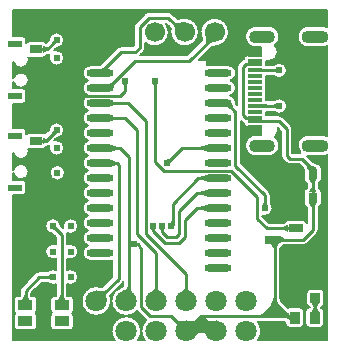
<source format=gtl>
G04 Layer: TopLayer*
G04 EasyEDA Pro v2.1.32.5533625a.f972c4, 2023-12-06 19:29:04*
G04 Gerber Generator version 0.3*
G04 Scale: 100 percent, Rotated: No, Reflected: No*
G04 Dimensions in millimeters*
G04 Leading zeros omitted, absolute positions, 3 integers and 3 decimals*
%FSLAX33Y33*%
%MOMM*%
%ADD8191C,0.203*%
%ADD10C,1.105*%
%ADD11R,1.1X0.7*%
%ADD12R,1.2X0.6*%
%ADD13R,1.25X0.7*%
%ADD14R,0.9X1.0*%
%ADD15R,1.3023X0.82*%
%ADD16R,1.3X0.82*%
%ADD17O,2.3X0.6*%
%ADD18R,0.8X0.9*%
%ADD19R,0.806X0.864*%
%ADD20R,1.7X1.7*%
%ADD21C,1.7*%
%ADD22C,1.8*%
%ADD23R,1.21X0.3*%
%ADD24O,2.3X1.1*%
%ADD25O,2.2X1.1*%
%ADD26C,0.61*%
%ADD27C,0.254*%
G75*


G04 Copper Start*
G36*
G01X358Y-27315D02*
G01X358Y-15050D01*
G01X1097D01*
G03X1455Y-14692I0J358D01*
G01Y-14092D01*
G03X1097Y-13734I-358J0D01*
G01X358D01*
G01Y-13199D01*
G03X997Y-13700I639J157D01*
G03X1655Y-13042I0J658D01*
G03X997Y-12384I-658J0D01*
G03X358Y-12885I0J-658D01*
G01Y-11499D01*
G03X997Y-12000I639J157D01*
G03X1655Y-11342I0J658D01*
G03X1619Y-11126I-658J0D01*
G03X1747Y-11150I128J334D01*
G01X2847D01*
G03X3182Y-10920I0J358D01*
G03X3377Y-10840I-83J478D01*
G03X3345Y-11041I632J-202D01*
G03X4008Y-11704I663J0D01*
G03X4671Y-11041I0J663D01*
G03X4008Y-10378I-663J0D01*
G03X3822Y-10405I0J-663D01*
G01X4030Y-10196D01*
G01X4057Y-10194D01*
G03X4671Y-9533I-49J661D01*
G03X4008Y-8870I-663J0D01*
G03X3347Y-9483I0J-663D01*
G01X3344Y-9510D01*
G01X3055Y-9800D01*
G03X2847Y-9734I-207J-292D01*
G01X1747D01*
G03X1455Y-9885I0J-358D01*
G01Y-9692D01*
G03X1097Y-9334I-358J0D01*
G01X358D01*
G01Y-7303D01*
G01X1097D01*
G03X1455Y-6945I0J358D01*
G01Y-6345D01*
G03X1097Y-5987I-358J0D01*
G01X358D01*
G01Y-5452D01*
G03X997Y-5953I639J157D01*
G03X1655Y-5295I0J658D01*
G03X997Y-4637I-658J0D01*
G03X358Y-5138I0J-658D01*
G01Y-3752D01*
G03X997Y-4253I639J157D01*
G03X1655Y-3595I0J658D01*
G03X1619Y-3379I-658J0D01*
G03X1747Y-3403I128J334D01*
G01X2847D01*
G03X3173Y-3193I0J358D01*
G02X3226Y-3180I53J-100D01*
G03X3406Y-3145I0J485D01*
G03X3346Y-3420I603J-275D01*
G03X4009Y-4083I663J0D01*
G03X4672Y-3420I0J663D01*
G03X4009Y-2757I-663J0D01*
G03X3823Y-2784I0J-663D01*
G01X4030Y-2576D01*
G01X4057Y-2574D01*
G03X4671Y-1913I-49J661D01*
G03X4008Y-1250I-663J0D01*
G03X3347Y-1863I0J-663D01*
G01X3344Y-1890D01*
G01X3121Y-2114D01*
G03X2847Y-1987I-274J-231D01*
G01X1747D01*
G03X1455Y-2138I0J-358D01*
G01Y-1945D01*
G03X1097Y-1587I-358J0D01*
G01X358D01*
G01Y658D01*
G01X26942D01*
G01Y-809D01*
G03X26520Y-705I-421J-804D01*
G01X25320D01*
G03X24412Y-1613I0J-908D01*
G03X25320Y-2521I908J0D01*
G01X26520D01*
G03X26942Y-2418I0J908D01*
G01Y-10029D01*
G03X26520Y-9925I-421J-804D01*
G01X25320D01*
G03X24412Y-10833I0J-908D01*
G03X24657Y-11453I908J0D01*
G01X23980D01*
G01Y-9447D01*
G03X23838Y-9104I-485J0D01*
G01X23160Y-8426D01*
G03X22817Y-8284I-343J-343D01*
G01X21802D01*
G01X21777D01*
G03X21764Y-8223I-356J-39D01*
G03X21779Y-8123I-344J100D01*
G01Y-7958D01*
G01X21802D01*
G01X22394D01*
G01X22423Y-7984D01*
G01X22430Y-7990D01*
G03X22869Y-8156I438J497D01*
G03X23532Y-7493I0J663D01*
G03X22869Y-6830I-663J0D01*
G03X22446Y-6983I0J-663D01*
G01X22445D01*
G01X22438Y-6986D01*
G01X22432Y-6988D01*
G01X21802D01*
G01X21779D01*
G01Y-6823D01*
G03X21764Y-6723I-358J0D01*
G03X21779Y-6623I-344J100D01*
G01Y-6323D01*
G03X21764Y-6223I-358J0D01*
G03X21779Y-6123I-344J100D01*
G01Y-5823D01*
G03X21764Y-5723I-358J0D01*
G03X21779Y-5623I-344J100D01*
G01Y-5323D01*
G03X21765Y-5223I-358J0D01*
G03X21779Y-5123I-344J100D01*
G01Y-4958D01*
G01X21802D01*
G01X22406D01*
G01X22427Y-4975D01*
G03X22860Y-5136I433J502D01*
G03X23523Y-4473I0J663D01*
G03X22860Y-3810I-663J0D01*
G03X22427Y-3971I0J-663D01*
G01X22406Y-3988D01*
G01X21802D01*
G01X21779D01*
G01Y-3823D01*
G01Y-3654D01*
G03X21981Y-3681I202J731D01*
G03X22739Y-2923I0J758D01*
G03X22488Y-2360I-758J0D01*
G03X22879Y-1613I-517J746D01*
G03X21971Y-705I-908J0D01*
G01X20871D01*
G03X19962Y-1613I0J-908D01*
G03X20871Y-2521I908J0D01*
G01X21338D01*
G03X21223Y-2923I643J-402D01*
G03X21262Y-3165I758J0D01*
G01X20211D01*
G03X19852Y-3521I0J-358D01*
G03X19685Y-3630I176J-452D01*
G01X19431Y-3884D01*
G03X19289Y-4227I343J-343D01*
G01Y-7419D01*
G01X19280Y-7406D01*
G01X19265Y-7378D01*
G01X19251Y-7347D01*
G01X19237Y-7314D01*
G01X19225Y-7282D01*
G01X19216Y-7252D01*
G01X19210Y-7225D01*
G01X19208Y-7215D01*
G01X19207Y-7206D01*
G01Y-7204D01*
G03X18723Y-6604I-657J-35D01*
G03X19208Y-5969I-173J635D01*
G03X18728Y-5335I-658J0D01*
G03X18944Y-5226I-186J636D01*
G03X19208Y-4699I-394J527D01*
G03X18944Y-4172I-658J0D01*
G03X18542Y-4036I-402J-527D01*
G03X18462Y-4041I0J-663D01*
G01X16850D01*
G03X16702Y-4058I0J-658D01*
G01Y-3654D01*
G03X16600Y-3552I-102J0D01*
G01X16057D01*
G01X17063Y-2546D01*
G01X17079Y-2532D01*
G01X17090Y-2523D01*
G01X17102Y-2514D01*
G01X17117Y-2506D01*
G01X17135Y-2498D01*
G01X17154Y-2490D01*
G01X17175Y-2482D01*
G01X17215Y-2471D01*
G01X17257Y-2462D01*
G01X17322Y-2452D01*
G01X17436Y-2440D01*
G01X17473Y-2438D01*
G03X18605Y-1232I-77J1206D01*
G03X17396Y-24I-1208J0D01*
G03X16191Y-1156I0J-1208D01*
G03X16188Y-1232I1206J-76D01*
G03X16309Y-1759I1208J0D01*
G01X16329Y-1834D01*
G01X16337Y-1877D01*
G01X16340Y-1897D01*
G01X15039Y-3198D01*
G01X11077D01*
G01X11392Y-2883D01*
G03X11534Y-2540I-343J343D01*
G01Y-2153D01*
G03X12316Y-2440I782J921D01*
G03X13525Y-1232I0J1208D01*
G03X13282Y-506I-1208J0D01*
G01X13610Y-834D01*
G01X13626Y-851D01*
G01X13634Y-861D01*
G01X13640Y-870D01*
G01X13641Y-872D01*
G01X13643Y-875D01*
G01X13644Y-878D01*
G01X13645Y-880D01*
G01X13646Y-881D01*
G01X13648Y-888D01*
G01X13649Y-895D01*
G01X13651Y-904D01*
G01X13652Y-923D01*
G01X13653Y-955D01*
G01X13648Y-1130D01*
G01Y-1140D01*
G01Y-1141D01*
G01Y-1245D01*
G01Y-1261D01*
G01X13649Y-1274D01*
G03X13651Y-1308I1207J42D01*
G03X14856Y-2440I1206J76D01*
G03X16065Y-1232I0J1208D01*
G03X14932Y-26I-1208J0D01*
G03X14856Y-24I-76J-1206D01*
G03X14502Y-77I0J-1208D01*
G01X14366Y-103D01*
G01X14298Y-111D01*
G01X14266Y-113D01*
G01X14261D01*
G01X13805Y343D01*
G03X13462Y485I-343J-343D01*
G01X11811D01*
G03X11468Y343I0J-485D01*
G01X10706Y-419D01*
G03X10564Y-762I343J-343D01*
G01Y-2339D01*
G01X10467Y-2436D01*
G01X9477D01*
G03X9134Y-2578I0J-485D01*
G01X7839Y-3873D01*
G01X7809Y-3901D01*
G01X7780Y-3926D01*
G01X7748Y-3950D01*
G01X7715Y-3973D01*
G01X7682Y-3993D01*
G01X7649Y-4010D01*
G01X7617Y-4024D01*
G01X7601Y-4030D01*
G01X7584Y-4035D01*
G01X7571Y-4038D01*
G01X7560Y-4040D01*
G01X7549Y-4041D01*
G01X7546D01*
G01X6850D01*
G03X6192Y-4699I0J-658D01*
G03X6677Y-5334I658J0D01*
G03X6192Y-5969I173J-635D01*
G03X6677Y-6604I658J0D01*
G03X6192Y-7239I173J-635D01*
G03X6677Y-7874I658J0D01*
G03X6192Y-8509I173J-635D01*
G03X6677Y-9144I658J0D01*
G03X6192Y-9779I173J-635D01*
G03X6677Y-10414I658J0D01*
G03X6192Y-11049I173J-635D01*
G03X6677Y-11684I658J0D01*
G03X6192Y-12319I173J-635D01*
G03X6677Y-12954I658J0D01*
G03X6192Y-13589I173J-635D01*
G03X6677Y-14224I658J0D01*
G03X6192Y-14859I173J-635D01*
G03X6677Y-15494I658J0D01*
G03X6192Y-16129I173J-635D01*
G03X6677Y-16764I658J0D01*
G03X6192Y-17399I173J-635D01*
G03X6677Y-18034I658J0D01*
G03X6192Y-18669I173J-635D01*
G03X6677Y-19304I658J0D01*
G03X6192Y-19939I173J-635D01*
G03X6850Y-20597I658J0D01*
G01X8550D01*
G03X8698Y-20580I0J658D01*
G01Y-21985D01*
G01X7893Y-22789D01*
G01X7866Y-22816D01*
G01X7856Y-22824D01*
G01X7852Y-22827D01*
G01X7831Y-22822D01*
G01X7705Y-22789D01*
G01X7691Y-22786D01*
G01X7622Y-22770D01*
G01X7601Y-22767D01*
G01X7541Y-22757D01*
G01X7521Y-22754D01*
G01X7501Y-22752D01*
G01X7487Y-22751D01*
G01X7472Y-22749D01*
G01X7452Y-22748D01*
G01X7446Y-22747D01*
G03X7402Y-22745I-80J-1256D01*
G01X7400D01*
G01X7384D01*
G01X7380D01*
G01X7366D01*
G03X7317Y-22746I0J-1258D01*
G01X7311D01*
G01X7287Y-22747D01*
G03X6108Y-24003I79J-1256D01*
G03X7366Y-25261I1258J0D01*
G03X8622Y-24082I0J1258D01*
G03X8624Y-24012I-1256J79D01*
G01Y-24003D01*
G01Y-23994D01*
G03X8623Y-23944I-1258J-9D01*
G01Y-23941D01*
G01X8622Y-23920D01*
G01X8621Y-23912D01*
G03X8618Y-23884I-1255J-91D01*
G01X8617Y-23871D01*
G01X8615Y-23849D01*
G01X8613Y-23836D01*
G03X8609Y-23809I-1247J-167D01*
G01X8606Y-23788D01*
G01X8602Y-23766D01*
G01X8587Y-23695D01*
G01X8583Y-23678D01*
G01X8549Y-23547D01*
G01X8543Y-23518D01*
G01X8542Y-23517D01*
G01X8548Y-23510D01*
G01X8570Y-23485D01*
G01X8577Y-23478D01*
G01X9614Y-22441D01*
G03X9649Y-22402I-343J343D01*
G01Y-22724D01*
G01X9639Y-22733D01*
G01X9616Y-22749D01*
G01X9560Y-22783D01*
G01X9516Y-22807D01*
G03X8962Y-23171I390J-1196D01*
G03X8648Y-24003I944J-832D01*
G03X9906Y-25261I1258J0D01*
G03X10833Y-24854I0J1258D01*
G01X11595Y-25616D01*
G03X11188Y-26543I851J-927D01*
G03X11453Y-27315I1258J0D01*
G01X10899D01*
G03X11164Y-26543I-993J772D01*
G03X9906Y-25285I-1258J0D01*
G03X8648Y-26543I0J-1258D01*
G03X8913Y-27315I1258J0D01*
G01X358D01*
G37*
%LPC*%
G36*
G01X2021Y-26487D02*
G03X2379Y-26129I0J358D01*
G01Y-25309D01*
G03X2231Y-25019I-358J0D01*
G03X2379Y-24729I-210J290D01*
G01Y-23909D01*
G03X2021Y-23551I-358J0D01*
G01X1884D01*
G01X1882Y-23528D01*
G01Y-23315D01*
G01X2741Y-22456D01*
G01X3238D01*
G01X3259Y-22473D01*
G03X3692Y-22634I433J502D01*
G03X3960Y-22577I0J663D01*
G01Y-23528D01*
G01X3958Y-23551D01*
G01X3821D01*
G03X3463Y-23909I0J-358D01*
G01Y-24729D01*
G03X3611Y-25019I358J0D01*
G03X3463Y-25309I210J-290D01*
G01Y-26129D01*
G03X3821Y-26487I358J0D01*
G01X5121D01*
G03X5479Y-26129I0J358D01*
G01Y-25309D01*
G03X5331Y-25019I-358J0D01*
G03X5479Y-24729I-210J290D01*
G01Y-23909D01*
G03X5121Y-23551I-358J0D01*
G01X4932D01*
G01X4930Y-23528D01*
G01Y-22577D01*
G03X5198Y-22634I268J606D01*
G03X5861Y-21971I0J663D01*
G03X5198Y-21308I-663J0D01*
G03X4930Y-21365I0J-663D01*
G01Y-20418D01*
G03X5198Y-20475I268J606D01*
G03X5861Y-19812I0J663D01*
G03X5198Y-19149I-663J0D01*
G03X4930Y-19206I0J-663D01*
G01Y-18415D01*
G03X4899Y-18245I-485J0D01*
G03X5198Y-18316I299J592D01*
G03X5861Y-17653I0J663D01*
G03X5198Y-16990I-663J0D01*
G03X4535Y-17653I0J-663D01*
G03X4565Y-17849I663J0D01*
G01X4356Y-17640D01*
G01X4354Y-17619D01*
G01X4353Y-17610D01*
G03X3692Y-16990I-662J-43D01*
G03X3029Y-17653I0J-663D01*
G03X3642Y-18314I663J0D01*
G01X3653Y-18315D01*
G01X3658Y-18316D01*
G01X3660Y-18317D01*
G01X3960Y-18616D01*
G01Y-19206D01*
G03X3692Y-19149I-268J-606D01*
G03X3029Y-19812I0J-663D01*
G03X3692Y-20475I663J0D01*
G03X3960Y-20418I0J663D01*
G01Y-21365D01*
G03X3692Y-21308I-268J-606D01*
G03X3259Y-21469I0J-663D01*
G01X3238Y-21486D01*
G01X2540D01*
G03X2197Y-21628I0J-485D01*
G01X1054Y-22771D01*
G03X912Y-23114I343J-343D01*
G01Y-23528D01*
G01X910Y-23551D01*
G01X721D01*
G03X363Y-23909I0J-358D01*
G01Y-24729D01*
G03X511Y-25019I358J0D01*
G03X363Y-25309I210J-290D01*
G01Y-26129D01*
G03X721Y-26487I358J0D01*
G01X2021D01*
G37*
G36*
G01X4064Y-13805D02*
G03X4727Y-13142I0J663D01*
G03X4064Y-12479I-663J0D01*
G03X3401Y-13142I0J-663D01*
G03X4064Y-13805I663J0D01*
G37*
%LPD*%
G36*
G01X25213Y-17409D02*
G03X24866Y-17138I-347J-87D01*
G01X23616D01*
G03X23290Y-17347I0J-358D01*
G02X23235Y-17361I-55J104D01*
G01X21984D01*
G01X21440Y-16817D01*
G01Y-16783D01*
G03X21638Y-16814I197J633D01*
G03X22301Y-16151I0J663D01*
G03X22140Y-15718I-663J0D01*
G01X22123Y-15697D01*
G01Y-15034D01*
G03X21981Y-14691I-485J0D01*
G01X19615Y-12324D01*
G01Y-8745D01*
G01X19685Y-8816D01*
G03X19852Y-8925I343J343D01*
G03X20211Y-9281I358J2D01*
G01X21262D01*
G03X21223Y-9523I718J-242D01*
G03X21338Y-9925I758J0D01*
G01X20871D01*
G03X19962Y-10833I0J-908D01*
G03X20871Y-11741I908J0D01*
G01X21971D01*
G03X22879Y-10833I0J908D01*
G03X22488Y-10087I-908J0D01*
G03X22739Y-9523I-507J563D01*
G03X22721Y-9358I-758J0D01*
G01X23010Y-9648D01*
G01Y-11684D01*
G03X23152Y-12027I485J0D01*
G01X23406Y-12281D01*
G03X23749Y-12423I343J343D01*
G01X24564D01*
G01X24883Y-12742D01*
G02X24940Y-12862I-142J-142D01*
G01Y-12921D01*
G01Y-13658D01*
G03X25208Y-14005I358J0D01*
G02X25213Y-14039I-113J-34D01*
G01Y-14409D01*
G02X25208Y-14443I-118J0D01*
G03X24940Y-14790I90J-347D01*
G01Y-15690D01*
G03X25208Y-16037I358J0D01*
G02X25213Y-16071I-113J-34D01*
G01Y-17409D01*
G37*
G36*
G01X21059Y-27315D02*
G03X21324Y-26543I-993J772D01*
G03X21049Y-25758I-1258J0D01*
G01X21318D01*
G01X23338D01*
G01X23361Y-25760D01*
G01Y-25900D01*
G03X23719Y-26258I358J0D01*
G01X24619D01*
G03X24977Y-25900I0J358D01*
G01Y-24900D01*
G03X24619Y-24542I-358J0D01*
G01X23719D01*
G03X23598Y-24563I0J-358D01*
G01X23097Y-24062D01*
G01X23089Y-24053D01*
G01X23081Y-24044D01*
G01X23073Y-24031D01*
G01X23053Y-24000D01*
G01X23034Y-23964D01*
G01X23015Y-23924D01*
G01X22999Y-23882D01*
G01X22984Y-23841D01*
G01X22974Y-23804D01*
G01X22967Y-23771D01*
G01X22965Y-23758D01*
G01X22964Y-23747D01*
G01Y-23745D01*
G01Y-19527D01*
G02X22971Y-19489I118J0D01*
G03X23192Y-19295I-105J343D01*
G02X23247Y-19281I55J-104D01*
G01X24892D01*
G03X25235Y-19139I0J485D01*
G01X26042Y-18332D01*
G03X26184Y-17989I-343J343D01*
G01Y-16071D01*
G02X26189Y-16037I118J0D01*
G03X26457Y-15690I-90J347D01*
G01Y-14790D01*
G03X26189Y-14443I-358J0D01*
G02X26184Y-14409I113J34D01*
G01Y-14039D01*
G02X26189Y-14005I118J0D01*
G03X26457Y-13658I-90J347D01*
G01Y-12758D01*
G03X26118Y-12400I-358J0D01*
G02X25748Y-12235I31J566D01*
G01X25252Y-11739D01*
G03X25320Y-11741I69J906D01*
G01X26520D01*
G03X26942Y-11638I0J908D01*
G01Y-27315D01*
G01X21059D01*
G37*
%LPC*%
G36*
G01X25061Y-25900D02*
G03X25419Y-26258I358J0D01*
G01X26319D01*
G03X26677Y-25900I0J358D01*
G01Y-24900D01*
G03X26406Y-24553I-358J0D01*
G01X26403Y-24541D01*
G01X26406Y-24528D01*
G03X26677Y-24181I-87J347D01*
G01Y-23317D01*
G03X26319Y-22959I-358J0D01*
G01X25512D01*
G03X25154Y-23317I0J-358D01*
G01Y-24181D01*
G03X25426Y-24528I358J0D01*
G01X25428Y-24541D01*
G01Y-24542D01*
G01X25419D01*
G03X25061Y-24900I0J-358D01*
G01Y-25900D01*
G37*
%LPD*%
G54D8191*
G01X358Y-27315D02*
G01X358Y-15050D01*
G01X1097D01*
G03X1455Y-14692I0J358D01*
G01Y-14092D01*
G03X1097Y-13734I-358J0D01*
G01X358D01*
G01Y-13199D01*
G03X997Y-13700I639J157D01*
G03X1655Y-13042I0J658D01*
G03X997Y-12384I-658J0D01*
G03X358Y-12885I0J-658D01*
G01Y-11499D01*
G03X997Y-12000I639J157D01*
G03X1655Y-11342I0J658D01*
G03X1619Y-11126I-658J0D01*
G03X1747Y-11150I128J334D01*
G01X2847D01*
G03X3182Y-10920I0J358D01*
G03X3377Y-10840I-83J478D01*
G03X3345Y-11041I632J-202D01*
G03X4008Y-11704I663J0D01*
G03X4671Y-11041I0J663D01*
G03X4008Y-10378I-663J0D01*
G03X3822Y-10405I0J-663D01*
G01X4030Y-10196D01*
G01X4057Y-10194D01*
G03X4671Y-9533I-49J661D01*
G03X4008Y-8870I-663J0D01*
G03X3347Y-9483I0J-663D01*
G01X3344Y-9510D01*
G01X3055Y-9800D01*
G03X2847Y-9734I-207J-292D01*
G01X1747D01*
G03X1455Y-9885I0J-358D01*
G01Y-9692D01*
G03X1097Y-9334I-358J0D01*
G01X358D01*
G01Y-7303D01*
G01X1097D01*
G03X1455Y-6945I0J358D01*
G01Y-6345D01*
G03X1097Y-5987I-358J0D01*
G01X358D01*
G01Y-5452D01*
G03X997Y-5953I639J157D01*
G03X1655Y-5295I0J658D01*
G03X997Y-4637I-658J0D01*
G03X358Y-5138I0J-658D01*
G01Y-3752D01*
G03X997Y-4253I639J157D01*
G03X1655Y-3595I0J658D01*
G03X1619Y-3379I-658J0D01*
G03X1747Y-3403I128J334D01*
G01X2847D01*
G03X3173Y-3193I0J358D01*
G02X3226Y-3180I53J-100D01*
G03X3406Y-3145I0J485D01*
G03X3346Y-3420I603J-275D01*
G03X4009Y-4083I663J0D01*
G03X4672Y-3420I0J663D01*
G03X4009Y-2757I-663J0D01*
G03X3823Y-2784I0J-663D01*
G01X4030Y-2576D01*
G01X4057Y-2574D01*
G03X4671Y-1913I-49J661D01*
G03X4008Y-1250I-663J0D01*
G03X3347Y-1863I0J-663D01*
G01X3344Y-1890D01*
G01X3121Y-2114D01*
G03X2847Y-1987I-274J-231D01*
G01X1747D01*
G03X1455Y-2138I0J-358D01*
G01Y-1945D01*
G03X1097Y-1587I-358J0D01*
G01X358D01*
G01Y658D01*
G01X26942D01*
G01Y-809D01*
G03X26520Y-705I-421J-804D01*
G01X25320D01*
G03X24412Y-1613I0J-908D01*
G03X25320Y-2521I908J0D01*
G01X26520D01*
G03X26942Y-2418I0J908D01*
G01Y-10029D01*
G03X26520Y-9925I-421J-804D01*
G01X25320D01*
G03X24412Y-10833I0J-908D01*
G03X24657Y-11453I908J0D01*
G01X23980D01*
G01Y-9447D01*
G03X23838Y-9104I-485J0D01*
G01X23160Y-8426D01*
G03X22817Y-8284I-343J-343D01*
G01X21802D01*
G01X21777D01*
G03X21764Y-8223I-356J-39D01*
G03X21779Y-8123I-344J100D01*
G01Y-7958D01*
G01X21802D01*
G01X22394D01*
G01X22423Y-7984D01*
G01X22430Y-7990D01*
G03X22869Y-8156I438J497D01*
G03X23532Y-7493I0J663D01*
G03X22869Y-6830I-663J0D01*
G03X22446Y-6983I0J-663D01*
G01X22445D01*
G01X22438Y-6986D01*
G01X22432Y-6988D01*
G01X21802D01*
G01X21779D01*
G01Y-6823D01*
G03X21764Y-6723I-358J0D01*
G03X21779Y-6623I-344J100D01*
G01Y-6323D01*
G03X21764Y-6223I-358J0D01*
G03X21779Y-6123I-344J100D01*
G01Y-5823D01*
G03X21764Y-5723I-358J0D01*
G03X21779Y-5623I-344J100D01*
G01Y-5323D01*
G03X21765Y-5223I-358J0D01*
G03X21779Y-5123I-344J100D01*
G01Y-4958D01*
G01X21802D01*
G01X22406D01*
G01X22427Y-4975D01*
G03X22860Y-5136I433J502D01*
G03X23523Y-4473I0J663D01*
G03X22860Y-3810I-663J0D01*
G03X22427Y-3971I0J-663D01*
G01X22406Y-3988D01*
G01X21802D01*
G01X21779D01*
G01Y-3823D01*
G01Y-3654D01*
G03X21981Y-3681I202J731D01*
G03X22739Y-2923I0J758D01*
G03X22488Y-2360I-758J0D01*
G03X22879Y-1613I-517J746D01*
G03X21971Y-705I-908J0D01*
G01X20871D01*
G03X19962Y-1613I0J-908D01*
G03X20871Y-2521I908J0D01*
G01X21338D01*
G03X21223Y-2923I643J-402D01*
G03X21262Y-3165I758J0D01*
G01X20211D01*
G03X19852Y-3521I0J-358D01*
G03X19685Y-3630I176J-452D01*
G01X19431Y-3884D01*
G03X19289Y-4227I343J-343D01*
G01Y-7419D01*
G01X19280Y-7406D01*
G01X19265Y-7378D01*
G01X19251Y-7347D01*
G01X19237Y-7314D01*
G01X19225Y-7282D01*
G01X19216Y-7252D01*
G01X19210Y-7225D01*
G01X19208Y-7215D01*
G01X19207Y-7206D01*
G01Y-7204D01*
G03X18723Y-6604I-657J-35D01*
G03X19208Y-5969I-173J635D01*
G03X18728Y-5335I-658J0D01*
G03X18944Y-5226I-186J636D01*
G03X19208Y-4699I-394J527D01*
G03X18944Y-4172I-658J0D01*
G03X18542Y-4036I-402J-527D01*
G03X18462Y-4041I0J-663D01*
G01X16850D01*
G03X16702Y-4058I0J-658D01*
G01Y-3654D01*
G03X16600Y-3552I-102J0D01*
G01X16057D01*
G01X17063Y-2546D01*
G01X17079Y-2532D01*
G01X17090Y-2523D01*
G01X17102Y-2514D01*
G01X17117Y-2506D01*
G01X17135Y-2498D01*
G01X17154Y-2490D01*
G01X17175Y-2482D01*
G01X17215Y-2471D01*
G01X17257Y-2462D01*
G01X17322Y-2452D01*
G01X17436Y-2440D01*
G01X17473Y-2438D01*
G03X18605Y-1232I-77J1206D01*
G03X17396Y-24I-1208J0D01*
G03X16191Y-1156I0J-1208D01*
G03X16188Y-1232I1206J-76D01*
G03X16309Y-1759I1208J0D01*
G01X16329Y-1834D01*
G01X16337Y-1877D01*
G01X16340Y-1897D01*
G01X15039Y-3198D01*
G01X11077D01*
G01X11392Y-2883D01*
G03X11534Y-2540I-343J343D01*
G01Y-2153D01*
G03X12316Y-2440I782J921D01*
G03X13525Y-1232I0J1208D01*
G03X13282Y-506I-1208J0D01*
G01X13610Y-834D01*
G01X13626Y-851D01*
G01X13634Y-861D01*
G01X13640Y-870D01*
G01X13641Y-872D01*
G01X13643Y-875D01*
G01X13644Y-878D01*
G01X13645Y-880D01*
G01X13646Y-881D01*
G01X13648Y-888D01*
G01X13649Y-895D01*
G01X13651Y-904D01*
G01X13652Y-923D01*
G01X13653Y-955D01*
G01X13648Y-1130D01*
G01Y-1140D01*
G01Y-1141D01*
G01Y-1245D01*
G01Y-1261D01*
G01X13649Y-1274D01*
G03X13651Y-1308I1207J42D01*
G03X14856Y-2440I1206J76D01*
G03X16065Y-1232I0J1208D01*
G03X14932Y-26I-1208J0D01*
G03X14856Y-24I-76J-1206D01*
G03X14502Y-77I0J-1208D01*
G01X14366Y-103D01*
G01X14298Y-111D01*
G01X14266Y-113D01*
G01X14261D01*
G01X13805Y343D01*
G03X13462Y485I-343J-343D01*
G01X11811D01*
G03X11468Y343I0J-485D01*
G01X10706Y-419D01*
G03X10564Y-762I343J-343D01*
G01Y-2339D01*
G01X10467Y-2436D01*
G01X9477D01*
G03X9134Y-2578I0J-485D01*
G01X7839Y-3873D01*
G01X7809Y-3901D01*
G01X7780Y-3926D01*
G01X7748Y-3950D01*
G01X7715Y-3973D01*
G01X7682Y-3993D01*
G01X7649Y-4010D01*
G01X7617Y-4024D01*
G01X7601Y-4030D01*
G01X7584Y-4035D01*
G01X7571Y-4038D01*
G01X7560Y-4040D01*
G01X7549Y-4041D01*
G01X7546D01*
G01X6850D01*
G03X6192Y-4699I0J-658D01*
G03X6677Y-5334I658J0D01*
G03X6192Y-5969I173J-635D01*
G03X6677Y-6604I658J0D01*
G03X6192Y-7239I173J-635D01*
G03X6677Y-7874I658J0D01*
G03X6192Y-8509I173J-635D01*
G03X6677Y-9144I658J0D01*
G03X6192Y-9779I173J-635D01*
G03X6677Y-10414I658J0D01*
G03X6192Y-11049I173J-635D01*
G03X6677Y-11684I658J0D01*
G03X6192Y-12319I173J-635D01*
G03X6677Y-12954I658J0D01*
G03X6192Y-13589I173J-635D01*
G03X6677Y-14224I658J0D01*
G03X6192Y-14859I173J-635D01*
G03X6677Y-15494I658J0D01*
G03X6192Y-16129I173J-635D01*
G03X6677Y-16764I658J0D01*
G03X6192Y-17399I173J-635D01*
G03X6677Y-18034I658J0D01*
G03X6192Y-18669I173J-635D01*
G03X6677Y-19304I658J0D01*
G03X6192Y-19939I173J-635D01*
G03X6850Y-20597I658J0D01*
G01X8550D01*
G03X8698Y-20580I0J658D01*
G01Y-21985D01*
G01X7893Y-22789D01*
G01X7866Y-22816D01*
G01X7856Y-22824D01*
G01X7852Y-22827D01*
G01X7831Y-22822D01*
G01X7705Y-22789D01*
G01X7691Y-22786D01*
G01X7622Y-22770D01*
G01X7601Y-22767D01*
G01X7541Y-22757D01*
G01X7521Y-22754D01*
G01X7501Y-22752D01*
G01X7487Y-22751D01*
G01X7472Y-22749D01*
G01X7452Y-22748D01*
G01X7446Y-22747D01*
G03X7402Y-22745I-80J-1256D01*
G01X7400D01*
G01X7384D01*
G01X7380D01*
G01X7366D01*
G03X7317Y-22746I0J-1258D01*
G01X7311D01*
G01X7287Y-22747D01*
G03X6108Y-24003I79J-1256D01*
G03X7366Y-25261I1258J0D01*
G03X8622Y-24082I0J1258D01*
G03X8624Y-24012I-1256J79D01*
G01Y-24003D01*
G01Y-23994D01*
G03X8623Y-23944I-1258J-9D01*
G01Y-23941D01*
G01X8622Y-23920D01*
G01X8621Y-23912D01*
G03X8618Y-23884I-1255J-91D01*
G01X8617Y-23871D01*
G01X8615Y-23849D01*
G01X8613Y-23836D01*
G03X8609Y-23809I-1247J-167D01*
G01X8606Y-23788D01*
G01X8602Y-23766D01*
G01X8587Y-23695D01*
G01X8583Y-23678D01*
G01X8549Y-23547D01*
G01X8543Y-23518D01*
G01X8542Y-23517D01*
G01X8548Y-23510D01*
G01X8570Y-23485D01*
G01X8577Y-23478D01*
G01X9614Y-22441D01*
G03X9649Y-22402I-343J343D01*
G01Y-22724D01*
G01X9639Y-22733D01*
G01X9616Y-22749D01*
G01X9560Y-22783D01*
G01X9516Y-22807D01*
G03X8962Y-23171I390J-1196D01*
G03X8648Y-24003I944J-832D01*
G03X9906Y-25261I1258J0D01*
G03X10833Y-24854I0J1258D01*
G01X11595Y-25616D01*
G03X11188Y-26543I851J-927D01*
G03X11453Y-27315I1258J0D01*
G01X10899D01*
G03X11164Y-26543I-993J772D01*
G03X9906Y-25285I-1258J0D01*
G03X8648Y-26543I0J-1258D01*
G03X8913Y-27315I1258J0D01*
G01X358D01*
G01X2021Y-26487D02*
G03X2379Y-26129I0J358D01*
G01Y-25309D01*
G03X2231Y-25019I-358J0D01*
G03X2379Y-24729I-210J290D01*
G01Y-23909D01*
G03X2021Y-23551I-358J0D01*
G01X1884D01*
G01X1882Y-23528D01*
G01Y-23315D01*
G01X2741Y-22456D01*
G01X3238D01*
G01X3259Y-22473D01*
G03X3692Y-22634I433J502D01*
G03X3960Y-22577I0J663D01*
G01Y-23528D01*
G01X3958Y-23551D01*
G01X3821D01*
G03X3463Y-23909I0J-358D01*
G01Y-24729D01*
G03X3611Y-25019I358J0D01*
G03X3463Y-25309I210J-290D01*
G01Y-26129D01*
G03X3821Y-26487I358J0D01*
G01X5121D01*
G03X5479Y-26129I0J358D01*
G01Y-25309D01*
G03X5331Y-25019I-358J0D01*
G03X5479Y-24729I-210J290D01*
G01Y-23909D01*
G03X5121Y-23551I-358J0D01*
G01X4932D01*
G01X4930Y-23528D01*
G01Y-22577D01*
G03X5198Y-22634I268J606D01*
G03X5861Y-21971I0J663D01*
G03X5198Y-21308I-663J0D01*
G03X4930Y-21365I0J-663D01*
G01Y-20418D01*
G03X5198Y-20475I268J606D01*
G03X5861Y-19812I0J663D01*
G03X5198Y-19149I-663J0D01*
G03X4930Y-19206I0J-663D01*
G01Y-18415D01*
G03X4899Y-18245I-485J0D01*
G03X5198Y-18316I299J592D01*
G03X5861Y-17653I0J663D01*
G03X5198Y-16990I-663J0D01*
G03X4535Y-17653I0J-663D01*
G03X4565Y-17849I663J0D01*
G01X4356Y-17640D01*
G01X4354Y-17619D01*
G01X4353Y-17610D01*
G03X3692Y-16990I-662J-43D01*
G03X3029Y-17653I0J-663D01*
G03X3642Y-18314I663J0D01*
G01X3653Y-18315D01*
G01X3658Y-18316D01*
G01X3660Y-18317D01*
G01X3960Y-18616D01*
G01Y-19206D01*
G03X3692Y-19149I-268J-606D01*
G03X3029Y-19812I0J-663D01*
G03X3692Y-20475I663J0D01*
G03X3960Y-20418I0J663D01*
G01Y-21365D01*
G03X3692Y-21308I-268J-606D01*
G03X3259Y-21469I0J-663D01*
G01X3238Y-21486D01*
G01X2540D01*
G03X2197Y-21628I0J-485D01*
G01X1054Y-22771D01*
G03X912Y-23114I343J-343D01*
G01Y-23528D01*
G01X910Y-23551D01*
G01X721D01*
G03X363Y-23909I0J-358D01*
G01Y-24729D01*
G03X511Y-25019I358J0D01*
G03X363Y-25309I210J-290D01*
G01Y-26129D01*
G03X721Y-26487I358J0D01*
G01X2021D01*
G01X4064Y-13805D02*
G03X4727Y-13142I0J663D01*
G03X4064Y-12479I-663J0D01*
G03X3401Y-13142I0J-663D01*
G03X4064Y-13805I663J0D01*
G01X25213Y-17409D02*
G03X24866Y-17138I-347J-87D01*
G01X23616D01*
G03X23290Y-17347I0J-358D01*
G02X23235Y-17361I-55J104D01*
G01X21984D01*
G01X21440Y-16817D01*
G01Y-16783D01*
G03X21638Y-16814I197J633D01*
G03X22301Y-16151I0J663D01*
G03X22140Y-15718I-663J0D01*
G01X22123Y-15697D01*
G01Y-15034D01*
G03X21981Y-14691I-485J0D01*
G01X19615Y-12324D01*
G01Y-8745D01*
G01X19685Y-8816D01*
G03X19852Y-8925I343J343D01*
G03X20211Y-9281I358J2D01*
G01X21262D01*
G03X21223Y-9523I718J-242D01*
G03X21338Y-9925I758J0D01*
G01X20871D01*
G03X19962Y-10833I0J-908D01*
G03X20871Y-11741I908J0D01*
G01X21971D01*
G03X22879Y-10833I0J908D01*
G03X22488Y-10087I-908J0D01*
G03X22739Y-9523I-507J563D01*
G03X22721Y-9358I-758J0D01*
G01X23010Y-9648D01*
G01Y-11684D01*
G03X23152Y-12027I485J0D01*
G01X23406Y-12281D01*
G03X23749Y-12423I343J343D01*
G01X24564D01*
G01X24883Y-12742D01*
G02X24940Y-12862I-142J-142D01*
G01Y-12921D01*
G01Y-13658D01*
G03X25208Y-14005I358J0D01*
G02X25213Y-14039I-113J-34D01*
G01Y-14409D01*
G02X25208Y-14443I-118J0D01*
G03X24940Y-14790I90J-347D01*
G01Y-15690D01*
G03X25208Y-16037I358J0D01*
G02X25213Y-16071I-113J-34D01*
G01Y-17409D01*
G01X21059Y-27315D02*
G03X21324Y-26543I-993J772D01*
G03X21049Y-25758I-1258J0D01*
G01X21318D01*
G01X23338D01*
G01X23361Y-25760D01*
G01Y-25900D01*
G03X23719Y-26258I358J0D01*
G01X24619D01*
G03X24977Y-25900I0J358D01*
G01Y-24900D01*
G03X24619Y-24542I-358J0D01*
G01X23719D01*
G03X23598Y-24563I0J-358D01*
G01X23097Y-24062D01*
G01X23089Y-24053D01*
G01X23081Y-24044D01*
G01X23073Y-24031D01*
G01X23053Y-24000D01*
G01X23034Y-23964D01*
G01X23015Y-23924D01*
G01X22999Y-23882D01*
G01X22984Y-23841D01*
G01X22974Y-23804D01*
G01X22967Y-23771D01*
G01X22965Y-23758D01*
G01X22964Y-23747D01*
G01Y-23745D01*
G01Y-19527D01*
G02X22971Y-19489I118J0D01*
G03X23192Y-19295I-105J343D01*
G02X23247Y-19281I55J-104D01*
G01X24892D01*
G03X25235Y-19139I0J485D01*
G01X26042Y-18332D01*
G03X26184Y-17989I-343J343D01*
G01Y-16071D01*
G02X26189Y-16037I118J0D01*
G03X26457Y-15690I-90J347D01*
G01Y-14790D01*
G03X26189Y-14443I-358J0D01*
G02X26184Y-14409I113J34D01*
G01Y-14039D01*
G02X26189Y-14005I118J0D01*
G03X26457Y-13658I-90J347D01*
G01Y-12758D01*
G03X26118Y-12400I-358J0D01*
G02X25748Y-12235I31J566D01*
G01X25252Y-11739D01*
G03X25320Y-11741I69J906D01*
G01X26520D01*
G03X26942Y-11638I0J908D01*
G01Y-27315D01*
G01X21059D01*
G01X25061Y-25900D02*
G03X25419Y-26258I358J0D01*
G01X26319D01*
G03X26677Y-25900I0J358D01*
G01Y-24900D01*
G03X26406Y-24553I-358J0D01*
G01X26403Y-24541D01*
G01X26406Y-24528D01*
G03X26677Y-24181I-87J347D01*
G01Y-23317D01*
G03X26319Y-22959I-358J0D01*
G01X25512D01*
G03X25154Y-23317I0J-358D01*
G01Y-24181D01*
G03X25426Y-24528I358J0D01*
G01X25428Y-24541D01*
G01Y-24542D01*
G01X25419D01*
G03X25061Y-24900I0J-358D01*
G01Y-25900D01*
G04 Copper End*

G04 PolygonModel Start*
G36*
G01X21318Y-25273D02*
G01X22461Y-24130D01*
G01X22479D01*
G01X23559Y-25209D01*
G01X21318Y-25273D01*
G37*
G04 PolygonModel End*

G04 Circle Start*
G54D10*
G01X16256Y-26035D03*
G04 Circle End*

G04 Tear Start*
G36*
G01X3226Y-2822D02*
G01X3226Y-2568D01*
G02X2847Y-2377I0J472D01*
G01Y-3012D01*
G02X3226Y-2822I379J-281D01*
G37*
G36*
G01X3079Y-6814D02*
G01X3117Y-6493D01*
G02X2847Y-5845I650J650D01*
G01X2540Y-6545D01*
G02X3079Y-6814I-135J-943D01*
G37*
G36*
G01X3099Y-10569D02*
G01X3099Y-10315D01*
G02X2847Y-10124I0J261D01*
G01Y-10759D01*
G02X3099Y-10569I252J-71D01*
G37*
G36*
G01X2915Y-14502D02*
G01X3165Y-14363D01*
G02X2847Y-13925I423J642D01*
G01X2250Y-14292D01*
G02X2915Y-14502I-37J-1273D01*
G37*
G36*
G01X24114Y-20477D02*
G01X24368Y-20477D01*
G02X24558Y-20096I476J0D01*
G01X23923D01*
G02X24114Y-20477I-286J-381D01*
G37*
G36*
G01X23235Y-17719D02*
G01X23235Y-17973D01*
G02X23616Y-18164I0J-476D01*
G01Y-17529D01*
G02X23235Y-17719I-381J286D01*
G37*
G36*
G01X23247Y-18923D02*
G01X23247Y-18669D01*
G02X22866Y-18478I0J476D01*
G01Y-19113D01*
G02X23247Y-18923I381J-286D01*
G37*
G36*
G01X22352Y-19527D02*
G01X22606Y-19527D01*
G02X22797Y-19146I476J0D01*
G01X22162D01*
G02X22352Y-19527I-286J-381D01*
G37*
G36*
G01X26043Y-24519D02*
G01X25789Y-24519D01*
G02X25598Y-24900I-476J0D01*
G01X26233D01*
G02X26043Y-24519I286J381D01*
G37*
G36*
G01X23338Y-25146D02*
G01X23338Y-25400D01*
G02X23719Y-25590I0J-476D01*
G01Y-24955D01*
G02X23338Y-25146I-381J286D01*
G37*
G36*
G01X4572Y-23528D02*
G01X4318Y-23528D01*
G02X4128Y-23909I-476J0D01*
G01X4763D01*
G02X4572Y-23528I286J381D01*
G37*
G36*
G01X1524Y-23528D02*
G01X1270Y-23528D01*
G02X1080Y-23909I-476J0D01*
G01X1715D01*
G02X1524Y-23528I286J381D01*
G37*
G36*
G01X8448Y-4130D02*
G01X8089Y-4130D01*
G01X8049Y-4167D01*
G01X8005Y-4205D01*
G01X7958Y-4240D01*
G01X7909Y-4274D01*
G01X7858Y-4305D01*
G01X7804Y-4333D01*
G01X7750Y-4357D01*
G01X7714Y-4370D01*
G01X7677Y-4381D01*
G01X7640Y-4390D01*
G01X7604Y-4396D01*
G01X7568Y-4399D01*
G01X7550D01*
G01X8448D01*
G01X8424Y-4397D01*
G01X8405Y-4391D01*
G01X8390Y-4382D01*
G01X8378Y-4370D01*
G01X8369Y-4356D01*
G01X8363Y-4339D01*
G01X8361Y-4320D01*
G01Y-4300D01*
G01X8365Y-4279D01*
G01X8370Y-4257D01*
G01X8378Y-4234D01*
G01X8389Y-4212D01*
G01X8401Y-4190D01*
G01X8415Y-4169D01*
G01X8431Y-4148D01*
G01X8448Y-4130D01*
G37*
G36*
G01X9037Y-5493D02*
G01X8772Y-5400D01*
G01X8732Y-5437D01*
G01X8688Y-5475D01*
G01X8642Y-5510D01*
G01X8592Y-5544D01*
G01X8541Y-5575D01*
G01X8488Y-5603D01*
G01X8433Y-5627D01*
G01X8397Y-5640D01*
G01X8360Y-5651D01*
G01X8324Y-5660D01*
G01X8287Y-5666D01*
G01X8251Y-5669D01*
G01X8233D01*
G01X8849Y-5951D01*
G01Y-5923D01*
G01X8851Y-5894D01*
G01X8855Y-5864D01*
G01X8861Y-5833D01*
G01X8873Y-5786D01*
G01X8889Y-5738D01*
G01X8909Y-5691D01*
G01X8931Y-5645D01*
G01X8955Y-5601D01*
G01X8981Y-5561D01*
G01X9000Y-5536D01*
G01X9018Y-5514D01*
G01X9037Y-5493D01*
G37*
G36*
G01X9203Y-7366D02*
G01X9203Y-7112D01*
G01X9168Y-7113D01*
G01X9135Y-7118D01*
G01X9104Y-7123D01*
G01X9061Y-7135D01*
G01X8982Y-7157D01*
G01X8959Y-7162D01*
G01X8947Y-7164D01*
G01X8936Y-7165D01*
G01X8925D01*
G01X8915D01*
G01X8904Y-7164D01*
G01X8894Y-7161D01*
G01X8884Y-7158D01*
G01X8874Y-7154D01*
G01X8864Y-7148D01*
G01X8854Y-7141D01*
G01X8845Y-7133D01*
G01X8835Y-7123D01*
G01X8826Y-7112D01*
G01X8817Y-7100D01*
G01X8808Y-7085D01*
G01Y-7393D01*
G01X8817Y-7378D01*
G01X8826Y-7366D01*
G01X8835Y-7355D01*
G01X8845Y-7345D01*
G01X8854Y-7337D01*
G01X8864Y-7330D01*
G01X8874Y-7324D01*
G01X8884Y-7320D01*
G01X8894Y-7317D01*
G01X8904Y-7314D01*
G01X8915Y-7313D01*
G01X8925D01*
G01X8936D01*
G01X8947Y-7314D01*
G01X8971Y-7318D01*
G01X9007Y-7328D01*
G01X9089Y-7351D01*
G01X9120Y-7358D01*
G01X9152Y-7363D01*
G01X9185Y-7366D01*
G01X9203D01*
G37*
G36*
G01X9203Y-8636D02*
G01X9203Y-8382D01*
G01X9168Y-8383D01*
G01X9135Y-8388D01*
G01X9104Y-8393D01*
G01X9061Y-8405D01*
G01X8982Y-8427D01*
G01X8959Y-8432D01*
G01X8947Y-8434D01*
G01X8936Y-8435D01*
G01X8925D01*
G01X8915D01*
G01X8904Y-8434D01*
G01X8894Y-8431D01*
G01X8884Y-8428D01*
G01X8874Y-8424D01*
G01X8864Y-8418D01*
G01X8854Y-8411D01*
G01X8845Y-8403D01*
G01X8835Y-8393D01*
G01X8826Y-8382D01*
G01X8817Y-8370D01*
G01X8808Y-8355D01*
G01Y-8663D01*
G01X8817Y-8648D01*
G01X8826Y-8636D01*
G01X8835Y-8625D01*
G01X8845Y-8615D01*
G01X8854Y-8607D01*
G01X8864Y-8600D01*
G01X8874Y-8594D01*
G01X8884Y-8590D01*
G01X8894Y-8587D01*
G01X8904Y-8584D01*
G01X8915Y-8583D01*
G01X8925D01*
G01X8936D01*
G01X8947Y-8584D01*
G01X8971Y-8588D01*
G01X9007Y-8598D01*
G01X9089Y-8621D01*
G01X9120Y-8628D01*
G01X9152Y-8633D01*
G01X9185Y-8636D01*
G01X9203D01*
G37*
G36*
G01X9203Y-11176D02*
G01X9203Y-10922D01*
G01X9192Y-10920D01*
G01X8618Y-10765D01*
G01X8561Y-10751D01*
G01X8550Y-10749D01*
G01Y-11349D01*
G01X8561Y-11347D01*
G01X9135Y-11192D01*
G01X9192Y-11178D01*
G01X9203Y-11176D01*
G37*
G36*
G01X9144Y-12446D02*
G01X9144Y-12192D01*
G01X9133Y-12190D01*
G01X8550Y-12019D01*
G01Y-12619D01*
G01X8561Y-12617D01*
G01X9144Y-12446D01*
G37*
G36*
G01X6950Y-21778D02*
G01X7309Y-21778D01*
G01X7349Y-21741D01*
G01X7392Y-21703D01*
G01X7439Y-21668D01*
G01X7488Y-21634D01*
G01X7540Y-21603D01*
G01X7593Y-21575D01*
G01X7647Y-21551D01*
G01X7684Y-21538D01*
G01X7721Y-21527D01*
G01X7757Y-21518D01*
G01X7794Y-21512D01*
G01X7830Y-21509D01*
G01X7848D01*
G01X6950D01*
G01X6973Y-21511D01*
G01X6992Y-21517D01*
G01X7008Y-21526D01*
G01X7020Y-21538D01*
G01X7029Y-21552D01*
G01X7034Y-21569D01*
G01X7036Y-21588D01*
G01Y-21608D01*
G01X7033Y-21629D01*
G01X7027Y-21651D01*
G01X7019Y-21674D01*
G01X7009Y-21696D01*
G01X6997Y-21718D01*
G01X6983Y-21739D01*
G01X6967Y-21760D01*
G01X6950Y-21778D01*
G37*
G36*
G01X16197Y-16002D02*
G01X16197Y-16256D01*
G01X16208Y-16258D01*
G01X16782Y-16413D01*
G01X16839Y-16427D01*
G01X16850Y-16429D01*
G01Y-15829D01*
G01X16839Y-15831D01*
G01X16265Y-15986D01*
G01X16208Y-16000D01*
G01X16197Y-16002D01*
G37*
G36*
G01X16197Y-14732D02*
G01X16197Y-14986D01*
G01X16208Y-14988D01*
G01X16782Y-15143D01*
G01X16839Y-15157D01*
G01X16850Y-15159D01*
G01Y-14559D01*
G01X16839Y-14561D01*
G01X16265Y-14716D01*
G01X16208Y-14730D01*
G01X16197Y-14732D01*
G37*
G36*
G01X16197Y-13462D02*
G01X16197Y-13716D01*
G01X16208Y-13718D01*
G01X16782Y-13873D01*
G01X16839Y-13887D01*
G01X16850Y-13889D01*
G01Y-13289D01*
G01X16839Y-13291D01*
G01X16265Y-13446D01*
G01X16208Y-13460D01*
G01X16197Y-13462D01*
G37*
G36*
G01X16197Y-10922D02*
G01X16197Y-11176D01*
G01X16208Y-11178D01*
G01X16782Y-11333D01*
G01X16839Y-11347D01*
G01X16850Y-11349D01*
G01Y-10749D01*
G01X16839Y-10751D01*
G01X16265Y-10906D01*
G01X16208Y-10920D01*
G01X16197Y-10922D01*
G37*
G36*
G01X18805Y-7808D02*
G01X19053Y-7697D01*
G01X19034Y-7677D01*
G01X19015Y-7654D01*
G01X18997Y-7628D01*
G01X18971Y-7586D01*
G01X18946Y-7541D01*
G01X18923Y-7493D01*
G01X18903Y-7443D01*
G01X18885Y-7393D01*
G01X18870Y-7344D01*
G01X18859Y-7297D01*
G01X18854Y-7267D01*
G01X18851Y-7238D01*
G01X18850Y-7225D01*
G01X18266Y-7539D01*
G01X18302Y-7541D01*
G01X18338Y-7545D01*
G01X18375Y-7552D01*
G01X18412Y-7562D01*
G01X18448Y-7574D01*
G01X18485Y-7589D01*
G01X18539Y-7614D01*
G01X18591Y-7643D01*
G01X18642Y-7675D01*
G01X18691Y-7709D01*
G01X18736Y-7746D01*
G01X18779Y-7783D01*
G01X18805Y-7808D01*
G37*
G36*
G01X24426Y-14409D02*
G01X24172Y-14409D01*
G02X23981Y-14790I-476J0D01*
G01X24616D01*
G02X24426Y-14409I286J381D01*
G37*
G36*
G01X25572Y-16071D02*
G01X25826Y-16071D01*
G02X26016Y-15690I476J0D01*
G01X25381D01*
G02X25572Y-16071I-286J-381D01*
G37*
G36*
G01X25826Y-14409D02*
G01X25572Y-14409D01*
G02X25381Y-14790I-476J0D01*
G01X26016D01*
G02X25826Y-14409I286J381D01*
G37*
G36*
G01X24172Y-14039D02*
G01X24426Y-14039D01*
G02X24616Y-13658I476J0D01*
G01X23981D01*
G02X24172Y-14039I-286J-381D01*
G37*
G36*
G01X25495Y-12489D02*
G01X25136Y-12489D01*
G02X25299Y-12921I-395J-395D01*
G01X26099Y-12758D01*
G02X25495Y-12489I50J923D01*
G37*
G36*
G01X25572Y-14039D02*
G01X25826Y-14039D01*
G02X26016Y-13658I476J0D01*
G01X25381D01*
G02X25572Y-14039I-286J-381D01*
G37*
G36*
G01X24368Y-22936D02*
G01X24114Y-22936D01*
G02X24006Y-23317I-724J0D01*
G01X24558D01*
G02X24368Y-22936I286J381D01*
G37*
G36*
G01X25789Y-24562D02*
G01X26043Y-24562D01*
G02X26233Y-24181I476J0D01*
G01X25598D01*
G02X25789Y-24562I-286J-381D01*
G37*
G36*
G01X14047Y-405D02*
G01X13867Y-585D01*
G01X13895Y-614D01*
G01X13919Y-644D01*
G01X13940Y-673D01*
G01X13952Y-693D01*
G01X13962Y-712D01*
G01X13972Y-732D01*
G01X13980Y-751D01*
G01X13987Y-771D01*
G01X13995Y-801D01*
G01X14002Y-831D01*
G01X14006Y-861D01*
G01X14010Y-902D01*
G01X14011Y-956D01*
G01X14006Y-1140D01*
G01Y-1244D01*
G01X14008Y-1285D01*
G01X14910Y-384D01*
G01X14887Y-383D01*
G01X14838Y-385D01*
G01X14785Y-391D01*
G01X14639Y-416D01*
G01X14422Y-457D01*
G01X14331Y-468D01*
G01X14273Y-471D01*
G01X14219Y-470D01*
G01X14193Y-468D01*
G01X14168Y-464D01*
G01X14145Y-459D01*
G01X14122Y-452D01*
G01X14101Y-443D01*
G01X14081Y-432D01*
G01X14063Y-420D01*
G01X14047Y-405D01*
G37*
G36*
G01X16636Y-2108D02*
G01X16815Y-2287D01*
G01X16846Y-2259D01*
G01X16879Y-2233D01*
G01X16914Y-2210D01*
G01X16950Y-2189D01*
G01X16988Y-2171D01*
G01X17027Y-2155D01*
G01X17067Y-2141D01*
G01X17128Y-2123D01*
G01X17191Y-2110D01*
G01X17277Y-2096D01*
G01X17407Y-2083D01*
G01X17450Y-2080D01*
G01X16548Y-1179D01*
G01X16547Y-1205D01*
G01X16548Y-1232D01*
G01X16553Y-1274D01*
G01X16560Y-1318D01*
G01X16578Y-1396D01*
G01X16648Y-1640D01*
G01X16678Y-1754D01*
G01X16691Y-1816D01*
G01X16697Y-1862D01*
G01X16700Y-1906D01*
G01Y-1934D01*
G01X16699Y-1961D01*
G01X16695Y-1987D01*
G01X16690Y-2012D01*
G01X16686Y-2024D01*
G01X16682Y-2036D01*
G01X16677Y-2047D01*
G01X16672Y-2058D01*
G01X16666Y-2069D01*
G01X16659Y-2079D01*
G01X16652Y-2089D01*
G01X16644Y-2099D01*
G01X16636Y-2108D01*
G37*
G36*
G01X8322Y-23226D02*
G01X8143Y-23047D01*
G01X8102Y-23084D01*
G01X8077Y-23106D01*
G01X8052Y-23124D01*
G01X8028Y-23140D01*
G01X8004Y-23153D01*
G01X7981Y-23164D01*
G01X7958Y-23172D01*
G01X7936Y-23179D01*
G01X7914Y-23183D01*
G01X7892Y-23186D01*
G01X7870Y-23187D01*
G01X7848D01*
G01X7827Y-23185D01*
G01X7794Y-23180D01*
G01X7749Y-23171D01*
G01X7614Y-23136D01*
G01X7545Y-23120D01*
G01X7484Y-23110D01*
G01X7436Y-23105D01*
G01X7384Y-23103D01*
G01X7329Y-23104D01*
G01X7310Y-23105D01*
G01X8264Y-24059D01*
G01X8266Y-24003D01*
G01X8265Y-23950D01*
G01X8260Y-23901D01*
G01X8252Y-23839D01*
G01X8237Y-23769D01*
G01X8201Y-23632D01*
G01X8191Y-23586D01*
G01X8185Y-23553D01*
G01X8183Y-23531D01*
G01X8182Y-23510D01*
G01Y-23488D01*
G01X8184Y-23466D01*
G01X8188Y-23444D01*
G01X8193Y-23422D01*
G01X8201Y-23399D01*
G01X8210Y-23377D01*
G01X8222Y-23353D01*
G01X8237Y-23329D01*
G01X8254Y-23305D01*
G01X8274Y-23279D01*
G01X8309Y-23240D01*
G01X8322Y-23226D01*
G37*
G36*
G01X10262Y-22778D02*
G01X10008Y-22778D01*
G01X10007Y-22791D01*
G01X10006Y-22805D01*
G01X10004Y-22818D01*
G01X10001Y-22831D01*
G01X9997Y-22843D01*
G01X9993Y-22856D01*
G01X9988Y-22868D01*
G01X9982Y-22880D01*
G01X9969Y-22903D01*
G01X9953Y-22926D01*
G01X9934Y-22948D01*
G01X9914Y-22969D01*
G01X9891Y-22990D01*
G01X9854Y-23019D01*
G01X9813Y-23048D01*
G01X9739Y-23094D01*
G01X9497Y-23223D01*
G01X9389Y-23284D01*
G01X9333Y-23320D01*
G01X9295Y-23348D01*
G01X9272Y-23368D01*
G01X9250Y-23387D01*
G01X9231Y-23408D01*
G01X10581D01*
G01X10478Y-23285D01*
G01X10423Y-23211D01*
G01X10385Y-23154D01*
G01X10350Y-23096D01*
G01X10330Y-23056D01*
G01X10312Y-23015D01*
G01X10296Y-22974D01*
G01X10283Y-22931D01*
G01X10273Y-22888D01*
G01X10266Y-22845D01*
G01X10262Y-22800D01*
G01Y-22778D01*
G37*
G36*
G01X6589Y-25587D02*
G01X6410Y-25766D01*
G01X6447Y-25807D01*
G01X6469Y-25832D01*
G01X6487Y-25857D01*
G01X6503Y-25881D01*
G01X6516Y-25905D01*
G01X6527Y-25928D01*
G01X6535Y-25951D01*
G01X6542Y-25973D01*
G01X6546Y-25995D01*
G01X6549Y-26017D01*
G01X6550Y-26039D01*
G01Y-26061D01*
G01X6548Y-26082D01*
G01X6543Y-26115D01*
G01X6534Y-26160D01*
G01X6499Y-26295D01*
G01X6483Y-26364D01*
G01X6473Y-26425D01*
G01X6468Y-26473D01*
G01X6466Y-26525D01*
G01X6467Y-26580D01*
G01X6468Y-26599D01*
G01X7422Y-25645D01*
G01X7366Y-25643D01*
G01X7313Y-25644D01*
G01X7264Y-25649D01*
G01X7202Y-25657D01*
G01X7132Y-25672D01*
G01X6995Y-25708D01*
G01X6949Y-25718D01*
G01X6916Y-25724D01*
G01X6894Y-25726D01*
G01X6873Y-25727D01*
G01X6851D01*
G01X6829Y-25725D01*
G01X6807Y-25721D01*
G01X6785Y-25716D01*
G01X6762Y-25708D01*
G01X6740Y-25699D01*
G01X6716Y-25687D01*
G01X6692Y-25672D01*
G01X6668Y-25655D01*
G01X6642Y-25635D01*
G01X6603Y-25600D01*
G01X6589Y-25587D01*
G37*
G36*
G01X12573Y-22778D02*
G01X12319Y-22778D01*
G01X12317Y-22833D01*
G01X12314Y-22866D01*
G01X12310Y-22897D01*
G01X12304Y-22925D01*
G01X12296Y-22951D01*
G01X12287Y-22975D01*
G01X12277Y-22997D01*
G01X12266Y-23017D01*
G01X12254Y-23036D01*
G01X12240Y-23053D01*
G01X12226Y-23069D01*
G01X12210Y-23085D01*
G01X12193Y-23099D01*
G01X12167Y-23119D01*
G01X12128Y-23144D01*
G01X12008Y-23214D01*
G01X11948Y-23252D01*
G01X11898Y-23288D01*
G01X11861Y-23319D01*
G01X11822Y-23354D01*
G01X11784Y-23393D01*
G01X11771Y-23408D01*
G01X13121D01*
G01X13082Y-23367D01*
G01X13044Y-23330D01*
G01X13006Y-23298D01*
G01X12956Y-23261D01*
G01X12896Y-23221D01*
G01X12774Y-23150D01*
G01X12735Y-23125D01*
G01X12707Y-23106D01*
G01X12690Y-23092D01*
G01X12674Y-23077D01*
G01X12659Y-23062D01*
G01X12645Y-23045D01*
G01X12632Y-23027D01*
G01X12620Y-23007D01*
G01X12609Y-22986D01*
G01X12600Y-22963D01*
G01X12592Y-22938D01*
G01X12585Y-22911D01*
G01X12580Y-22882D01*
G01X12576Y-22850D01*
G01X12573Y-22797D01*
G01Y-22778D01*
G37*
G36*
G01X16301Y-26416D02*
G01X16301Y-26670D01*
G01X16356Y-26672D01*
G01X16389Y-26675D01*
G01X16420Y-26679D01*
G01X16448Y-26685D01*
G01X16474Y-26693D01*
G01X16498Y-26702D01*
G01X16520Y-26712D01*
G01X16540Y-26723D01*
G01X16559Y-26735D01*
G01X16576Y-26749D01*
G01X16592Y-26763D01*
G01X16608Y-26779D01*
G01X16622Y-26796D01*
G01X16642Y-26822D01*
G01X16667Y-26861D01*
G01X16737Y-26981D01*
G01X16775Y-27041D01*
G01X16811Y-27091D01*
G01X16842Y-27128D01*
G01X16877Y-27167D01*
G01X16916Y-27205D01*
G01X16931Y-27218D01*
G01Y-25868D01*
G01X16890Y-25907D01*
G01X16853Y-25945D01*
G01X16821Y-25983D01*
G01X16784Y-26033D01*
G01X16744Y-26093D01*
G01X16673Y-26215D01*
G01X16648Y-26254D01*
G01X16629Y-26282D01*
G01X16615Y-26299D01*
G01X16600Y-26315D01*
G01X16585Y-26330D01*
G01X16568Y-26344D01*
G01X16550Y-26357D01*
G01X16530Y-26369D01*
G01X16509Y-26380D01*
G01X16486Y-26389D01*
G01X16461Y-26397D01*
G01X16434Y-26404D01*
G01X16405Y-26409D01*
G01X16373Y-26413D01*
G01X16320Y-26416D01*
G01X16301D01*
G37*
G36*
G01X16749Y-25587D02*
G01X16570Y-25766D01*
G01X16607Y-25807D01*
G01X16629Y-25832D01*
G01X16647Y-25857D01*
G01X16663Y-25881D01*
G01X16676Y-25905D01*
G01X16687Y-25928D01*
G01X16695Y-25951D01*
G01X16702Y-25973D01*
G01X16706Y-25995D01*
G01X16709Y-26017D01*
G01X16710Y-26039D01*
G01Y-26061D01*
G01X16708Y-26082D01*
G01X16703Y-26115D01*
G01X16694Y-26160D01*
G01X16659Y-26295D01*
G01X16643Y-26364D01*
G01X16633Y-26425D01*
G01X16628Y-26473D01*
G01X16626Y-26525D01*
G01X16627Y-26580D01*
G01X16628Y-26599D01*
G01X17582Y-25645D01*
G01X17526Y-25643D01*
G01X17473Y-25644D01*
G01X17424Y-25649D01*
G01X17362Y-25657D01*
G01X17292Y-25672D01*
G01X17155Y-25708D01*
G01X17109Y-25718D01*
G01X17076Y-25724D01*
G01X17054Y-25726D01*
G01X17033Y-25727D01*
G01X17011D01*
G01X16989Y-25725D01*
G01X16967Y-25721D01*
G01X16945Y-25716D01*
G01X16922Y-25708D01*
G01X16900Y-25699D01*
G01X16876Y-25687D01*
G01X16852Y-25672D01*
G01X16828Y-25655D01*
G01X16802Y-25635D01*
G01X16763Y-25600D01*
G01X16749Y-25587D01*
G37*
G36*
G01X15113Y-22778D02*
G01X14859Y-22778D01*
G01X14857Y-22833D01*
G01X14854Y-22866D01*
G01X14850Y-22897D01*
G01X14844Y-22925D01*
G01X14836Y-22951D01*
G01X14827Y-22975D01*
G01X14817Y-22997D01*
G01X14806Y-23017D01*
G01X14794Y-23036D01*
G01X14780Y-23053D01*
G01X14766Y-23069D01*
G01X14750Y-23085D01*
G01X14733Y-23099D01*
G01X14707Y-23119D01*
G01X14668Y-23144D01*
G01X14548Y-23214D01*
G01X14488Y-23252D01*
G01X14438Y-23288D01*
G01X14401Y-23319D01*
G01X14362Y-23354D01*
G01X14324Y-23393D01*
G01X14311Y-23408D01*
G01X15661D01*
G01X15622Y-23367D01*
G01X15584Y-23330D01*
G01X15546Y-23298D01*
G01X15496Y-23261D01*
G01X15436Y-23221D01*
G01X15314Y-23150D01*
G01X15275Y-23125D01*
G01X15247Y-23106D01*
G01X15230Y-23092D01*
G01X15214Y-23077D01*
G01X15199Y-23062D01*
G01X15185Y-23045D01*
G01X15172Y-23027D01*
G01X15160Y-23007D01*
G01X15149Y-22986D01*
G01X15140Y-22963D01*
G01X15132Y-22938D01*
G01X15125Y-22911D01*
G01X15120Y-22882D01*
G01X15116Y-22850D01*
G01X15113Y-22797D01*
G01Y-22778D01*
G37*
G36*
G01X16211Y-26670D02*
G01X16211Y-26416D01*
G01X16156Y-26414D01*
G01X16123Y-26411D01*
G01X16092Y-26407D01*
G01X16064Y-26401D01*
G01X16038Y-26393D01*
G01X16014Y-26384D01*
G01X15992Y-26374D01*
G01X15972Y-26363D01*
G01X15953Y-26351D01*
G01X15936Y-26337D01*
G01X15920Y-26323D01*
G01X15904Y-26307D01*
G01X15890Y-26290D01*
G01X15870Y-26264D01*
G01X15845Y-26225D01*
G01X15775Y-26105D01*
G01X15737Y-26045D01*
G01X15701Y-25995D01*
G01X15670Y-25958D01*
G01X15635Y-25919D01*
G01X15596Y-25881D01*
G01X15581Y-25868D01*
G01Y-27218D01*
G01X15622Y-27179D01*
G01X15659Y-27141D01*
G01X15691Y-27103D01*
G01X15728Y-27053D01*
G01X15768Y-26993D01*
G01X15839Y-26871D01*
G01X15864Y-26832D01*
G01X15883Y-26804D01*
G01X15897Y-26787D01*
G01X15912Y-26771D01*
G01X15927Y-26756D01*
G01X15944Y-26742D01*
G01X15962Y-26729D01*
G01X15982Y-26717D01*
G01X16003Y-26706D01*
G01X16026Y-26697D01*
G01X16051Y-26689D01*
G01X16078Y-26682D01*
G01X16107Y-26677D01*
G01X16139Y-26673D01*
G01X16192Y-26670D01*
G01X16211D01*
G37*
G36*
G01X14209Y-25587D02*
G01X14030Y-25766D01*
G01X14067Y-25807D01*
G01X14089Y-25832D01*
G01X14107Y-25857D01*
G01X14123Y-25881D01*
G01X14136Y-25905D01*
G01X14147Y-25928D01*
G01X14155Y-25951D01*
G01X14162Y-25973D01*
G01X14166Y-25995D01*
G01X14169Y-26017D01*
G01X14170Y-26039D01*
G01Y-26061D01*
G01X14168Y-26082D01*
G01X14163Y-26115D01*
G01X14154Y-26160D01*
G01X14119Y-26295D01*
G01X14103Y-26364D01*
G01X14093Y-26425D01*
G01X14088Y-26473D01*
G01X14086Y-26525D01*
G01X14087Y-26580D01*
G01X14088Y-26599D01*
G01X15042Y-25645D01*
G01X14986Y-25643D01*
G01X14933Y-25644D01*
G01X14884Y-25649D01*
G01X14822Y-25657D01*
G01X14752Y-25672D01*
G01X14615Y-25708D01*
G01X14569Y-25718D01*
G01X14536Y-25724D01*
G01X14514Y-25726D01*
G01X14493Y-25727D01*
G01X14471D01*
G01X14449Y-25725D01*
G01X14427Y-25721D01*
G01X14405Y-25716D01*
G01X14382Y-25708D01*
G01X14360Y-25699D01*
G01X14336Y-25687D01*
G01X14312Y-25672D01*
G01X14288Y-25655D01*
G01X14262Y-25635D01*
G01X14223Y-25600D01*
G01X14209Y-25587D01*
G37*
G36*
G01X15942Y-25766D02*
G01X15763Y-25587D01*
G01X15722Y-25624D01*
G01X15697Y-25646D01*
G01X15672Y-25664D01*
G01X15648Y-25680D01*
G01X15624Y-25693D01*
G01X15601Y-25704D01*
G01X15578Y-25712D01*
G01X15556Y-25719D01*
G01X15534Y-25723D01*
G01X15512Y-25726D01*
G01X15490Y-25727D01*
G01X15468D01*
G01X15447Y-25725D01*
G01X15414Y-25720D01*
G01X15369Y-25711D01*
G01X15234Y-25676D01*
G01X15165Y-25660D01*
G01X15104Y-25650D01*
G01X15056Y-25645D01*
G01X15004Y-25643D01*
G01X14949Y-25644D01*
G01X14930Y-25645D01*
G01X15884Y-26599D01*
G01X15886Y-26543D01*
G01X15885Y-26490D01*
G01X15880Y-26441D01*
G01X15872Y-26379D01*
G01X15857Y-26309D01*
G01X15821Y-26172D01*
G01X15811Y-26126D01*
G01X15805Y-26093D01*
G01X15803Y-26071D01*
G01X15802Y-26050D01*
G01Y-26028D01*
G01X15804Y-26006D01*
G01X15808Y-25984D01*
G01X15813Y-25962D01*
G01X15821Y-25939D01*
G01X15830Y-25917D01*
G01X15842Y-25893D01*
G01X15857Y-25869D01*
G01X15874Y-25845D01*
G01X15894Y-25819D01*
G01X15929Y-25780D01*
G01X15942Y-25766D01*
G37*
G36*
G01X21802Y-8896D02*
G01X21802Y-8642D01*
G03X21421Y-8694I0J-1407D01*
G01Y-8923D01*
G02X21802Y-8896I381J-2696D01*
G37*
G36*
G01X21802Y-7600D02*
G01X21802Y-7346D01*
G02X21421Y-7324I0J3336D01*
G01Y-7622D01*
G02X21802Y-7600I381J-3314D01*
G37*
G36*
G01X21802Y-4600D02*
G01X21802Y-4346D01*
G02X21421Y-4324I0J3336D01*
G01Y-4622D01*
G02X21802Y-4600I381J-3314D01*
G37*
G36*
G01X3649Y-6731D02*
G01X3649Y-6985D01*
G01X3671Y-6986D01*
G01X3690Y-6989D01*
G01X3707Y-6993D01*
G01X3722Y-6999D01*
G01X3735Y-7007D01*
G01X3747Y-7016D01*
G01X3758Y-7026D01*
G01X3768Y-7037D01*
G01X3796Y-7076D01*
G01X3818Y-7105D01*
G01X3831Y-7121D01*
G01X3846Y-7136D01*
G01X3862Y-7152D01*
G01Y-6694D01*
G01X3850Y-6704D01*
G01X3838Y-6712D01*
G01X3826Y-6719D01*
G01X3814Y-6724D01*
G01X3802Y-6728D01*
G01X3789Y-6731D01*
G01X3777Y-6733D01*
G01X3764Y-6734D01*
G01X3737D01*
G01X3665Y-6731D01*
G01X3649D01*
G37*
G36*
G01X4447Y-6719D02*
G01X4268Y-6540D01*
G01X4257Y-6550D01*
G01X4246Y-6559D01*
G01X4234Y-6567D01*
G01X4221Y-6574D01*
G01X4207Y-6581D01*
G01X4179Y-6593D01*
G01X4150Y-6602D01*
G01X4120Y-6609D01*
G01X4089Y-6614D01*
G01X4045Y-6619D01*
G01X4368Y-6942D01*
G01X4371Y-6913D01*
G01X4375Y-6883D01*
G01X4381Y-6852D01*
G01X4389Y-6822D01*
G01X4400Y-6794D01*
G01X4406Y-6780D01*
G01X4413Y-6766D01*
G01X4420Y-6754D01*
G01X4428Y-6741D01*
G01X4438Y-6730D01*
G01X4447Y-6719D01*
G37*
G36*
G01X4572Y-23904D02*
G01X4318Y-23904D01*
G01Y-23916D01*
G01X4315Y-23943D01*
G01X4309Y-23972D01*
G01X4301Y-24002D01*
G01X4291Y-24031D01*
G01X4279Y-24060D01*
G01X4265Y-24085D01*
G01X4258Y-24097D01*
G01X4250Y-24108D01*
G01X4243Y-24117D01*
G01X4700D01*
G01X4642Y-24055D01*
G01X4621Y-24032D01*
G01X4612Y-24020D01*
G01X4603Y-24008D01*
G01X4596Y-23995D01*
G01X4589Y-23982D01*
G01X4583Y-23968D01*
G01X4578Y-23953D01*
G01X4575Y-23938D01*
G01X4573Y-23922D01*
G01X4572Y-23904D01*
G37*
G36*
G01X1524Y-23904D02*
G01X1270Y-23904D01*
G01X1269Y-23922D01*
G01X1267Y-23938D01*
G01X1264Y-23953D01*
G01X1259Y-23968D01*
G01X1253Y-23982D01*
G01X1246Y-23995D01*
G01X1239Y-24008D01*
G01X1230Y-24020D01*
G01X1211Y-24043D01*
G01X1154Y-24104D01*
G01X1142Y-24117D01*
G01X1599D01*
G01X1592Y-24108D01*
G01X1584Y-24097D01*
G01X1577Y-24085D01*
G01X1563Y-24060D01*
G01X1551Y-24031D01*
G01X1541Y-24002D01*
G01X1533Y-23972D01*
G01X1527Y-23943D01*
G01X1524Y-23916D01*
G01Y-23904D01*
G37*
G36*
G01X3891Y-18041D02*
G01X4071Y-17861D01*
G01X4060Y-17850D01*
G01X4051Y-17838D01*
G01X4043Y-17826D01*
G01X4035Y-17813D01*
G01X4029Y-17799D01*
G01X4023Y-17785D01*
G01X4014Y-17756D01*
G01X4007Y-17726D01*
G01X4002Y-17696D01*
G01X3997Y-17649D01*
G01X3996Y-17634D01*
G01X3673Y-17957D01*
G01X3701Y-17960D01*
G01X3730Y-17965D01*
G01X3760Y-17972D01*
G01X3790Y-17981D01*
G01X3818Y-17993D01*
G01X3845Y-18007D01*
G01X3858Y-18014D01*
G01X3870Y-18022D01*
G01X3881Y-18031D01*
G01X3891Y-18041D01*
G37*
G36*
G01X3277Y-21844D02*
G01X3277Y-22098D01*
G01X3291Y-22099D01*
G01X3306Y-22100D01*
G01X3320Y-22103D01*
G01X3334Y-22107D01*
G01X3349Y-22111D01*
G01X3377Y-22123D01*
G01X3404Y-22137D01*
G01X3430Y-22154D01*
G01X3456Y-22171D01*
G01X3490Y-22200D01*
G01Y-21742D01*
G01X3456Y-21771D01*
G01X3430Y-21788D01*
G01X3404Y-21805D01*
G01X3377Y-21819D01*
G01X3349Y-21831D01*
G01X3334Y-21835D01*
G01X3320Y-21839D01*
G01X3306Y-21842D01*
G01X3291Y-21843D01*
G01X3277Y-21844D01*
G37*
G36*
G01X12065Y-18034D02*
G01X12319Y-18034D01*
G01X12320Y-18020D01*
G01X12321Y-18007D01*
G01X12324Y-17994D01*
G01X12328Y-17982D01*
G01X12332Y-17970D01*
G01X12338Y-17959D01*
G01X12344Y-17948D01*
G01X12358Y-17927D01*
G01X12375Y-17906D01*
G01X12421Y-17855D01*
G01X11963D01*
G01X12009Y-17906D01*
G01X12026Y-17927D01*
G01X12040Y-17948D01*
G01X12046Y-17959D01*
G01X12052Y-17970D01*
G01X12056Y-17982D01*
G01X12060Y-17994D01*
G01X12063Y-18007D01*
G01X12064Y-18020D01*
G01X12065Y-18034D01*
G37*
G36*
G01X12827Y-18068D02*
G01X13081Y-18068D01*
G01X13082Y-18054D01*
G01X13083Y-18039D01*
G01X13086Y-18025D01*
G01X13090Y-18010D01*
G01X13094Y-17996D01*
G01X13106Y-17968D01*
G01X13120Y-17941D01*
G01X13137Y-17914D01*
G01X13154Y-17889D01*
G01X13183Y-17855D01*
G01X12725D01*
G01X12754Y-17889D01*
G01X12771Y-17914D01*
G01X12788Y-17941D01*
G01X12802Y-17968D01*
G01X12814Y-17996D01*
G01X12818Y-18010D01*
G01X12822Y-18025D01*
G01X12825Y-18039D01*
G01X12826Y-18054D01*
G01X12827Y-18068D01*
G37*
G36*
G01X13970Y-17238D02*
G01X13716Y-17238D01*
G01X13714Y-17254D01*
G01X13709Y-17269D01*
G01X13700Y-17284D01*
G01X13688Y-17299D01*
G01X13674Y-17313D01*
G01X13659Y-17326D01*
G01X13623Y-17353D01*
G01X13530Y-17415D01*
G01X13514Y-17427D01*
G01X13499Y-17439D01*
G01X13487Y-17451D01*
G01X13945D01*
G01X13934Y-17432D01*
G01X13932Y-17407D01*
G01X13935Y-17380D01*
G01X13942Y-17350D01*
G01X13960Y-17291D01*
G01X13967Y-17263D01*
G01X13970Y-17238D01*
G37*
G36*
G01X10874Y-19304D02*
G01X10874Y-19050D01*
G01X10860Y-19049D01*
G01X10848Y-19048D01*
G01X10838Y-19045D01*
G01X10829Y-19041D01*
G01X10821Y-19037D01*
G01X10814Y-19031D01*
G01X10807Y-19025D01*
G01X10801Y-19018D01*
G01X10783Y-18994D01*
G01X10770Y-18977D01*
G01X10762Y-18967D01*
G01X10753Y-18958D01*
G01X10743Y-18948D01*
G01Y-19406D01*
G01X10753Y-19396D01*
G01X10762Y-19387D01*
G01X10777Y-19368D01*
G01X10795Y-19343D01*
G01X10801Y-19336D01*
G01X10807Y-19329D01*
G01X10814Y-19323D01*
G01X10821Y-19317D01*
G01X10829Y-19313D01*
G01X10838Y-19309D01*
G01X10848Y-19306D01*
G01X10860Y-19305D01*
G01X10874Y-19304D01*
G37*
G36*
G01X9652Y-5749D02*
G01X9906Y-5749D01*
G01X9907Y-5735D01*
G01X9908Y-5720D01*
G01X9911Y-5706D01*
G01X9915Y-5691D01*
G01X9919Y-5677D01*
G01X9931Y-5649D01*
G01X9945Y-5622D01*
G01X9962Y-5595D01*
G01X9979Y-5570D01*
G01X10008Y-5536D01*
G01X9550D01*
G01X9579Y-5570D01*
G01X9596Y-5595D01*
G01X9613Y-5622D01*
G01X9627Y-5649D01*
G01X9639Y-5677D01*
G01X9643Y-5691D01*
G01X9647Y-5706D01*
G01X9650Y-5720D01*
G01X9651Y-5735D01*
G01X9652Y-5749D01*
G37*
G36*
G01X22445Y-4346D02*
G01X22445Y-4600D01*
G01X22459Y-4601D01*
G01X22474Y-4602D01*
G01X22488Y-4605D01*
G01X22503Y-4609D01*
G01X22517Y-4613D01*
G01X22545Y-4625D01*
G01X22572Y-4639D01*
G01X22599Y-4655D01*
G01X22624Y-4673D01*
G01X22658Y-4702D01*
G01Y-4244D01*
G01X22624Y-4273D01*
G01X22599Y-4290D01*
G01X22572Y-4307D01*
G01X22545Y-4321D01*
G01X22517Y-4333D01*
G01X22503Y-4337D01*
G01X22488Y-4341D01*
G01X22474Y-4344D01*
G01X22459Y-4345D01*
G01X22445Y-4346D01*
G37*
G36*
G01X22454Y-7346D02*
G01X22454Y-7600D01*
G01X22470Y-7601D01*
G01X22486Y-7603D01*
G01X22502Y-7606D01*
G01X22516Y-7610D01*
G01X22530Y-7616D01*
G01X22543Y-7622D01*
G01X22556Y-7630D01*
G01X22581Y-7647D01*
G01X22606Y-7666D01*
G01X22667Y-7722D01*
G01Y-7264D01*
G01X22647Y-7280D01*
G01X22623Y-7294D01*
G01X22595Y-7308D01*
G01X22566Y-7320D01*
G01X22536Y-7331D01*
G01X22507Y-7339D01*
G01X22479Y-7344D01*
G01X22454Y-7346D01*
G37*
G36*
G01X18165Y-7366D02*
G01X18165Y-7112D01*
G01X18151Y-7111D01*
G01X18136Y-7110D01*
G01X18122Y-7107D01*
G01X18107Y-7103D01*
G01X18093Y-7099D01*
G01X18065Y-7087D01*
G01X18037Y-7073D01*
G01X18011Y-7056D01*
G01X17986Y-7039D01*
G01X17952Y-7010D01*
G01Y-7468D01*
G01X17986Y-7439D01*
G01X18011Y-7422D01*
G01X18037Y-7405D01*
G01X18065Y-7391D01*
G01X18093Y-7379D01*
G01X18107Y-7375D01*
G01X18122Y-7371D01*
G01X18136Y-7368D01*
G01X18151Y-7367D01*
G01X18165Y-7366D01*
G37*
G36*
G01X22389Y-19125D02*
G01X22569Y-18945D01*
G01X22556Y-18930D01*
G01X22543Y-18911D01*
G01X22531Y-18889D01*
G01X22520Y-18866D01*
G01X22510Y-18843D01*
G01X22503Y-18819D01*
G01X22498Y-18797D01*
G01X22495Y-18777D01*
G01X22172Y-19100D01*
G01X22191Y-19101D01*
G01X22208Y-19100D01*
G01X22239Y-19096D01*
G01X22279Y-19089D01*
G01X22292Y-19087D01*
G01X22304Y-19086D01*
G01X22316Y-19087D01*
G01X22327Y-19088D01*
G01X22339Y-19091D01*
G01X22351Y-19096D01*
G01X22363Y-19103D01*
G01X22376Y-19112D01*
G01X22389Y-19125D01*
G37*
G36*
G01X22606Y-18923D02*
G01X22606Y-18669D01*
G01X22592Y-18668D01*
G01X22577Y-18667D01*
G01X22563Y-18664D01*
G01X22548Y-18660D01*
G01X22534Y-18656D01*
G01X22506Y-18644D01*
G01X22479Y-18630D01*
G01X22452Y-18613D01*
G01X22427Y-18596D01*
G01X22393Y-18567D01*
G01Y-19025D01*
G01X22427Y-18996D01*
G01X22452Y-18979D01*
G01X22479Y-18962D01*
G01X22506Y-18948D01*
G01X22534Y-18936D01*
G01X22548Y-18932D01*
G01X22563Y-18928D01*
G01X22577Y-18925D01*
G01X22592Y-18924D01*
G01X22606Y-18923D01*
G37*
G36*
G01X21765Y-15736D02*
G01X21511Y-15736D01*
G01X21510Y-15750D01*
G01X21508Y-15764D01*
G01X21506Y-15779D01*
G01X21502Y-15793D01*
G01X21497Y-15808D01*
G01X21486Y-15836D01*
G01X21471Y-15863D01*
G01X21455Y-15889D01*
G01X21437Y-15914D01*
G01X21409Y-15949D01*
G01X21866D01*
G01X21838Y-15914D01*
G01X21820Y-15889D01*
G01X21804Y-15863D01*
G01X21790Y-15836D01*
G01X21778Y-15808D01*
G01X21773Y-15793D01*
G01X21770Y-15779D01*
G01X21767Y-15764D01*
G01X21765Y-15750D01*
G01Y-15736D01*
G37*
G36*
G01X12192Y-5749D02*
G01X12446Y-5749D01*
G01X12447Y-5735D01*
G01X12448Y-5720D01*
G01X12451Y-5706D01*
G01X12455Y-5691D01*
G01X12459Y-5677D01*
G01X12471Y-5649D01*
G01X12485Y-5622D01*
G01X12502Y-5595D01*
G01X12519Y-5570D01*
G01X12548Y-5536D01*
G01X12090D01*
G01X12119Y-5570D01*
G01X12136Y-5595D01*
G01X12153Y-5622D01*
G01X12167Y-5649D01*
G01X12179Y-5677D01*
G01X12183Y-5691D01*
G01X12187Y-5706D01*
G01X12190Y-5720D01*
G01X12191Y-5735D01*
G01X12192Y-5749D01*
G37*
G36*
G01X3625Y-2116D02*
G01X3804Y-2296D01*
G01X3815Y-2286D01*
G01X3827Y-2277D01*
G01X3839Y-2269D01*
G01X3851Y-2261D01*
G01X3865Y-2254D01*
G01X3893Y-2243D01*
G01X3922Y-2233D01*
G01X3953Y-2226D01*
G01X3983Y-2221D01*
G01X4027Y-2217D01*
G01X3704Y-1894D01*
G01X3699Y-1938D01*
G01X3694Y-1968D01*
G01X3687Y-1998D01*
G01X3678Y-2028D01*
G01X3666Y-2056D01*
G01X3659Y-2069D01*
G01X3652Y-2082D01*
G01X3644Y-2094D01*
G01X3635Y-2106D01*
G01X3625Y-2116D01*
G37*
G36*
G01X3625Y-9736D02*
G01X3804Y-9916D01*
G01X3815Y-9906D01*
G01X3827Y-9897D01*
G01X3839Y-9889D01*
G01X3851Y-9881D01*
G01X3865Y-9874D01*
G01X3893Y-9863D01*
G01X3922Y-9853D01*
G01X3953Y-9846D01*
G01X3983Y-9841D01*
G01X4027Y-9837D01*
G01X3704Y-9514D01*
G01X3699Y-9558D01*
G01X3694Y-9588D01*
G01X3687Y-9618D01*
G01X3678Y-9648D01*
G01X3666Y-9676D01*
G01X3659Y-9689D01*
G01X3652Y-9702D01*
G01X3644Y-9714D01*
G01X3635Y-9726D01*
G01X3625Y-9736D01*
G37*
G36*
G01X23827Y-17719D02*
G01X23827Y-17973D01*
G01X23841Y-17974D01*
G01X23856Y-17975D01*
G01X23870Y-17978D01*
G01X23884Y-17982D01*
G01X23899Y-17986D01*
G01X23927Y-17998D01*
G01X23954Y-18012D01*
G01X23981Y-18029D01*
G01X24006Y-18046D01*
G01X24040Y-18075D01*
G01Y-17617D01*
G01X24006Y-17646D01*
G01X23981Y-17664D01*
G01X23954Y-17680D01*
G01X23927Y-17694D01*
G01X23899Y-17706D01*
G01X23884Y-17710D01*
G01X23870Y-17714D01*
G01X23856Y-17717D01*
G01X23841Y-17718D01*
G01X23827Y-17719D01*
G37*
G36*
G01X13718Y-12115D02*
G01X13539Y-11936D01*
G01X13528Y-11946D01*
G01X13517Y-11955D01*
G01X13504Y-11963D01*
G01X13492Y-11970D01*
G01X13478Y-11977D01*
G01X13450Y-11989D01*
G01X13421Y-11998D01*
G01X13391Y-12005D01*
G01X13360Y-12010D01*
G01X13316Y-12015D01*
G01X13639Y-12338D01*
G01X13644Y-12294D01*
G01X13649Y-12263D01*
G01X13656Y-12233D01*
G01X13665Y-12204D01*
G01X13677Y-12176D01*
G01X13684Y-12162D01*
G01X13691Y-12150D01*
G01X13699Y-12137D01*
G01X13708Y-12126D01*
G01X13718Y-12115D01*
G37*
G36*
G01X3649Y-14478D02*
G01X3649Y-14732D01*
G01X3723Y-14730D01*
G01X3750D01*
G01X3764Y-14731D01*
G01X3777Y-14732D01*
G01X3789Y-14735D01*
G01X3802Y-14738D01*
G01X3814Y-14742D01*
G01X3826Y-14747D01*
G01X3839Y-14754D01*
G01X3851Y-14762D01*
G01X3862Y-14772D01*
G01Y-14314D01*
G01X3846Y-14330D01*
G01X3832Y-14345D01*
G01X3807Y-14374D01*
G01X3777Y-14415D01*
G01X3767Y-14427D01*
G01X3757Y-14438D01*
G01X3746Y-14448D01*
G01X3735Y-14457D01*
G01X3721Y-14464D01*
G01X3707Y-14470D01*
G01X3690Y-14474D01*
G01X3671Y-14477D01*
G01X3649Y-14478D01*
G37*
G36*
G01X22297Y-24488D02*
G01X22315Y-24472D01*
G01X22335Y-24458D01*
G01X22356Y-24447D01*
G01X22379Y-24438D01*
G01X22403Y-24430D01*
G01X22427Y-24425D01*
G01X22452Y-24422D01*
G01X22478Y-24421D01*
G01X22503Y-24422D01*
G01X22528Y-24426D01*
G01X22553Y-24431D01*
G01X22577Y-24438D01*
G01X22600Y-24448D01*
G01X22621Y-24460D01*
G01X22641Y-24473D01*
G01X22659Y-24489D01*
G01X22838Y-24310D01*
G01X22816Y-24286D01*
G01X22795Y-24259D01*
G01X22774Y-24229D01*
G01X22743Y-24179D01*
G01X22714Y-24124D01*
G01X22687Y-24067D01*
G01X22663Y-24008D01*
G01X22642Y-23948D01*
G01X22626Y-23890D01*
G01X22614Y-23833D01*
G01X22609Y-23798D01*
G01X22606Y-23765D01*
G01Y-23749D01*
G01X22352D01*
G01X22351Y-23781D01*
G01X22347Y-23815D01*
G01X22340Y-23851D01*
G01X22327Y-23908D01*
G01X22309Y-23967D01*
G01X22287Y-24027D01*
G01X22262Y-24085D01*
G01X22234Y-24141D01*
G01X22204Y-24194D01*
G01X22173Y-24242D01*
G01X22151Y-24270D01*
G01X22129Y-24296D01*
G01X22118Y-24307D01*
G01X22297Y-24488D01*
G37*
G36*
G01X16076Y-25632D02*
G01X16087Y-25622D01*
G01X16098Y-25614D01*
G01X16109Y-25606D01*
G01X16120Y-25598D01*
G01X16132Y-25592D01*
G01X16144Y-25586D01*
G01X16156Y-25581D01*
G01X16169Y-25577D01*
G01X16182Y-25574D01*
G01X16195Y-25571D01*
G01X16208Y-25569D01*
G01X16221Y-25568D01*
G01X16234Y-25567D01*
G01X16261Y-25568D01*
G01X16288Y-25572D01*
G01X16315Y-25578D01*
G01X16342Y-25586D01*
G01X16368Y-25596D01*
G01X16393Y-25609D01*
G01X16417Y-25624D01*
G01X16441Y-25641D01*
G01X16462Y-25659D01*
G01X16473Y-25669D01*
G01X16652Y-25490D01*
G01X16641Y-25477D01*
G01X16630Y-25462D01*
G01X16621Y-25447D01*
G01X16616Y-25433D01*
G01X16613Y-25420D01*
G01X16616Y-25410D01*
G01X16623Y-25403D01*
G01X16637Y-25400D01*
G01Y-25146D01*
G01X16383Y-25273D01*
G01X15897Y-25453D01*
G01X16076Y-25632D01*
G37*
G04 Tear End*

G04 Pad Start*
G54D11*
G01X2297Y-2695D03*
G01X2297Y-6195D03*
G54D12*
G01X497Y-2245D03*
G01X497Y-6645D03*
G54D11*
G01X2297Y-10442D03*
G01X2297Y-13942D03*
G54D12*
G01X497Y-9992D03*
G01X497Y-14392D03*
G54D13*
G01X24241Y-19746D03*
G01X24241Y-17846D03*
G01X22241Y-18796D03*
G54D14*
G01X25869Y-25400D03*
G01X24169Y-25400D03*
G54D16*
G01X4471Y-24319D03*
G01X1371Y-25719D03*
G01X1371Y-24319D03*
G01X4471Y-25719D03*
G54D17*
G01X7700Y-4699D03*
G01X7700Y-5969D03*
G01X7700Y-7239D03*
G01X7700Y-8509D03*
G01X7700Y-9779D03*
G01X7700Y-11049D03*
G01X7700Y-12319D03*
G01X7700Y-13589D03*
G01X7700Y-14859D03*
G01X7700Y-16129D03*
G01X7700Y-17399D03*
G01X7700Y-18669D03*
G01X7700Y-19939D03*
G01X7700Y-21209D03*
G01X17700Y-21209D03*
G01X17700Y-19939D03*
G01X17700Y-18669D03*
G01X17700Y-17399D03*
G01X17700Y-16129D03*
G01X17700Y-14859D03*
G01X17700Y-13589D03*
G01X17700Y-12319D03*
G01X17700Y-11049D03*
G01X17700Y-9779D03*
G01X17700Y-8509D03*
G01X17700Y-7239D03*
G01X17700Y-5969D03*
G01X17700Y-4699D03*
G54D18*
G01X24299Y-15240D03*
G01X25699Y-15240D03*
G01X24299Y-13208D03*
G01X25699Y-13208D03*
G54D19*
G01X24409Y-23749D03*
G01X25916Y-23749D03*
G54D20*
G01X9776Y-1232D03*
G54D21*
G01X12316Y-1232D03*
G01X14856Y-1232D03*
G01X17396Y-1232D03*
G54D22*
G01X7366Y-24003D03*
G01X9906Y-24003D03*
G01X7366Y-26543D03*
G01X9906Y-26543D03*
G01X12446Y-26543D03*
G01X12446Y-24003D03*
G01X20066Y-24003D03*
G01X20066Y-26543D03*
G01X17526Y-24003D03*
G01X17526Y-26543D03*
G01X14986Y-24003D03*
G01X14986Y-26543D03*
G54D23*
G01X20816Y-9573D03*
G01X20816Y-9273D03*
G01X20816Y-8773D03*
G01X20816Y-8473D03*
G01X20816Y-7973D03*
G01X20816Y-7473D03*
G01X20816Y-6973D03*
G01X20816Y-6473D03*
G01X20816Y-5973D03*
G01X20816Y-5473D03*
G01X20816Y-4973D03*
G01X20816Y-4473D03*
G01X20816Y-3973D03*
G01X20816Y-3673D03*
G01X20816Y-3173D03*
G01X20816Y-2873D03*
G54D24*
G01X25920Y-10833D03*
G01X25920Y-1613D03*
G54D25*
G01X21421Y-1613D03*
G01X21421Y-10833D03*
G04 Pad End*

G04 Via Start*
G54D26*
G01X4064Y-6923D03*
G01X4009Y-3420D03*
G01X17700Y-18669D03*
G01X17700Y-17399D03*
G01X1371Y-25719D03*
G01X4471Y-24319D03*
G01X1371Y-24319D03*
G01X4471Y-25719D03*
G01X5198Y-17653D03*
G01X3692Y-17653D03*
G01X3692Y-19812D03*
G01X5198Y-19812D03*
G01X5198Y-21971D03*
G01X3692Y-21971D03*
G01X12192Y-17653D03*
G01X12954Y-17653D03*
G01X13716Y-17653D03*
G01X17700Y-19939D03*
G01X17700Y-21209D03*
G01X7700Y-18669D03*
G01X7747Y-13589D03*
G01X7747Y-14859D03*
G01X10541Y-19177D03*
G01X9779Y-5334D03*
G01X22860Y-4473D03*
G01X22869Y-7493D03*
G01X17780Y-9779D03*
G01X17750Y-7239D03*
G01X22191Y-18796D03*
G01X21638Y-16151D03*
G01X26670Y-20193D03*
G01X26670Y-21300D03*
G01X26670Y-19110D03*
G01X22733Y-12192D03*
G01X22733Y-12954D03*
G01X1270Y-17399D03*
G01X1270Y-18923D03*
G01X1270Y-20396D03*
G01X25146Y-5969D03*
G01X24384Y-5969D03*
G01X25908Y-5969D03*
G01X18542Y-4699D03*
G01X2159Y-17424D03*
G01X2159Y-18948D03*
G01X2159Y-20422D03*
G01X24384Y-3175D03*
G01X25146Y-3175D03*
G01X25908Y-3175D03*
G01X24384Y-8763D03*
G01X25146Y-8763D03*
G01X25908Y-8763D03*
G01X12319Y-5334D03*
G01X4064Y-13142D03*
G01X4008Y-11041D03*
G01X4008Y-1913D03*
G01X4008Y-9533D03*
G01X24242Y-17846D03*
G01X17700Y-12319D03*
G01X13335Y-12319D03*
G01X4064Y-14543D03*
G04 Via End*

G04 Track Start*
G54D27*
G01X9401Y-11049D02*
G01X7699Y-11049D01*
G01X12192Y-17653D02*
G01X12192Y-18034D01*
G01X13208Y-19050D01*
G01X14351D01*
G01X14859Y-18542D01*
G01X13716Y-17653D02*
G01X13843Y-17526D01*
G01X22479Y-24130D02*
G01X21318Y-25273D01*
G01X22240Y-18796D02*
G01X22479Y-19035D01*
G01Y-24130D01*
G01X23749Y-25400D01*
G01X24168D01*
G01X14986Y-26543D02*
G01X13716Y-25273D01*
G01X11938D01*
G01X11176Y-24511D01*
G01Y-19621D01*
G01Y-19558D01*
G01X10874Y-19177D01*
G01X10541D01*
G01X7366Y-24003D02*
G01X9271Y-22098D01*
G01Y-12446D01*
G01X9144Y-12319D01*
G01X7699D01*
G01X12446Y-19939D02*
G01X12446Y-24003D01*
G01X7699Y-7239D02*
G01X10033Y-7239D01*
G01X11557Y-8763D01*
G01Y-18288D01*
G01X14986Y-21717D01*
G01Y-24003D01*
G01X12319Y-12192D02*
G01X13081Y-12954D01*
G01X7699Y-21209D02*
G01X6096Y-22812D01*
G01Y-25273D01*
G01X7366Y-26543D01*
G01X14986Y-26543D02*
G01X16256Y-25273D01*
G01X24168D01*
G01Y-25400D01*
G01X7699Y-5969D02*
G01X8382Y-5969D01*
G01X7699Y-4699D02*
G01X9477Y-2921D01*
G01X10668D01*
G01X11049Y-2540D01*
G01Y-762D01*
G01X14859Y-1397D02*
G01X14859Y-1524D01*
G01X12954Y-17653D02*
G01X12954Y-18161D01*
G01X13335Y-18542D01*
G01X14097D01*
G01X14351Y-18288D01*
G01X4064Y-14544D02*
G01X4003Y-14605D01*
G01X3302D01*
G01X2296Y-13942D01*
G01X4064Y-6924D02*
G01X3998Y-6858D01*
G01X3302D01*
G01X2639Y-6195D01*
G01X2296D01*
G01X4445Y-24293D02*
G01X4470Y-24318D01*
G01X4064Y-6923D02*
G01X4383Y-6604D01*
G01X1397Y-24293D02*
G01X1372Y-24318D01*
G01X1397Y-23114D02*
G01X1397Y-24293D01*
G01X2540Y-21971D02*
G01X1397Y-23114D01*
G01X3683Y-21971D02*
G01X2540Y-21971D01*
G01X3691Y-17661D02*
G01X4445Y-18415D01*
G01Y-24293D01*
G01X15875Y-16129D02*
G01X17701Y-16129D01*
G01X14859Y-17145D02*
G01X15875Y-16129D01*
G01X14859Y-18542D02*
G01X14859Y-17145D01*
G01X15875Y-14859D02*
G01X17701Y-14859D01*
G01X14351Y-16383D02*
G01X15875Y-14859D01*
G01X14351Y-18288D02*
G01X14351Y-16383D01*
G01X16256Y-25273D02*
G01X17526Y-26543D01*
G01X14986Y-26543D02*
G01X17526Y-26543D01*
G01X9906Y-24003D02*
G01X10135Y-23774D01*
G01Y-11783D01*
G01X9401Y-11049D01*
G01X10795Y-9525D02*
G01X10795Y-18288D01*
G01X12446Y-19939D01*
G01X18734Y-12954D02*
G01X13081Y-12954D01*
G01X25699Y-12872D02*
G01X25699Y-13208D01*
G01X22817Y-8769D02*
G01X23495Y-9447D01*
G01Y-11684D01*
G01X23749Y-11938D01*
G01X24765D01*
G01X25699Y-12872D01*
G01X25699Y-13208D02*
G01X25699Y-15240D01*
G01X24299Y-13208D02*
G01X24299Y-15240D01*
G01X25699Y-15240D02*
G01X25699Y-17989D01*
G01X24892Y-18796D01*
G01X22241D01*
G01X24242Y-17846D02*
G01X21783Y-17846D01*
G01X25916Y-23749D02*
G01X25916Y-25353D01*
G01X25869Y-25400D01*
G01X24241Y-19746D02*
G01X24241Y-23581D01*
G01X24409Y-23749D01*
G01X20181Y-3973D02*
G01X20028Y-3973D01*
G01X19774Y-4227D01*
G01Y-8219D01*
G01X20028Y-8473D01*
G01X20181D01*
G01X18415Y-7239D02*
G01X17700Y-7239D01*
G01X19129Y-7953D02*
G01X18415Y-7239D01*
G01X21638Y-16151D02*
G01X21638Y-15034D01*
G01X19129Y-12525D01*
G01Y-7953D01*
G01X21783Y-17846D02*
G01X20955Y-17018D01*
G01Y-15175D01*
G01X18734Y-12954D01*
G01X20689Y-3673D02*
G01X20689Y-3973D01*
G01X20689Y-8473D02*
G01X20689Y-8769D01*
G01Y-8773D01*
G01X20689Y-8769D02*
G01X22817Y-8769D01*
G01X12319Y-5334D02*
G01X12319Y-12192D01*
G01X9779Y-5334D02*
G01X9779Y-6223D01*
G01X9398Y-6604D01*
G01X4383D01*
G01X11049Y-762D02*
G01X11811Y0D01*
G01X13462D01*
G01X14859Y-1397D01*
G01X20816Y-4473D02*
G01X22860Y-4473D01*
G01X20816Y-7473D02*
G01X22849Y-7473D01*
G01X22869Y-7493D01*
G01X4008Y-1913D02*
G01X3226Y-2695D01*
G01X2297D01*
G01X2297Y-10442D02*
G01X3099Y-10442D01*
G01X4008Y-9533D01*
G01X7699Y-8509D02*
G01X9779Y-8509D01*
G01X10795Y-9525D01*
G01X16002Y-13589D02*
G01X17701Y-13589D01*
G01X13843Y-15748D02*
G01X16002Y-13589D01*
G01X13843Y-17526D02*
G01X13843Y-15748D01*
G01X8382Y-5969D02*
G01X10668Y-3683D01*
G01X15240D01*
G01X17399Y-1524D01*
G01X14605Y-11049D02*
G01X17700Y-11049D01*
G01X13335Y-12319D02*
G01X14605Y-11049D01*
G04 Track End*

M02*

</source>
